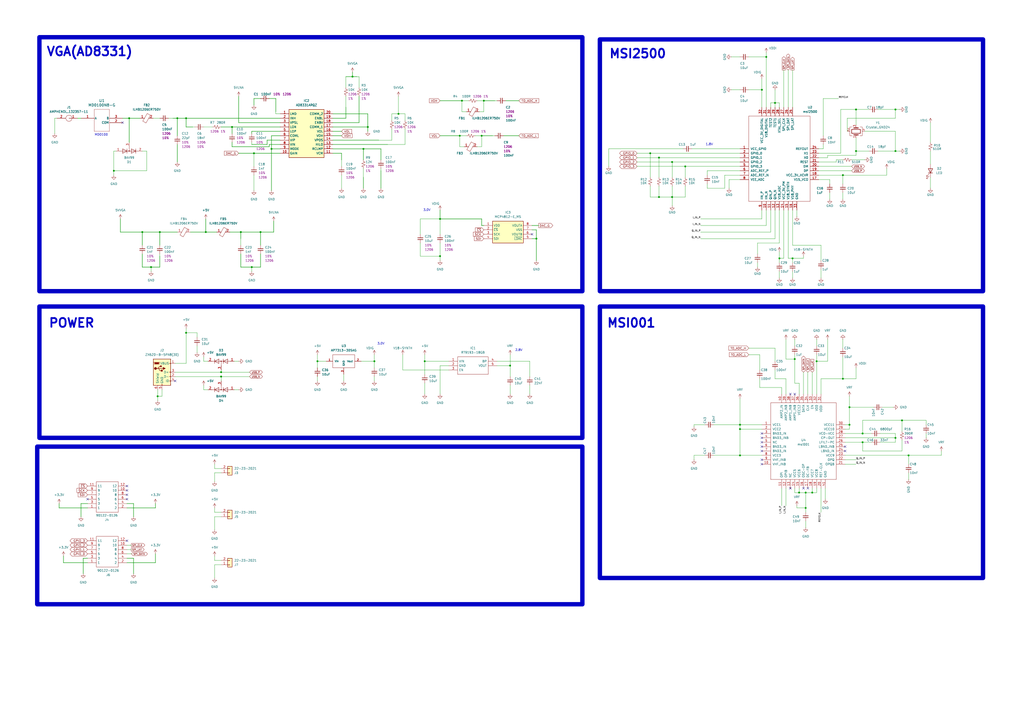
<source format=kicad_sch>
(kicad_sch (version 20231120) (generator "eeschema") (generator_version "8.0")
  (paper "A2")
  (title_block (title "MSI SDR ADC") (date "2024-07-14") (rev "R0.1") (company "ICTAMKY") (comment 1 "Design by LEEVAWNS"))
  (lib_symbols
    (symbol "Connector:USB_B_Micro" (pin_names (offset 1.016))
      (property "Reference" "J" (at -5.08 11.43 0))
      (property "Value" "USB_B_Micro" (at -5.08 8.89 0))
      (symbol "USB_B_Micro_1_1"
        (pin power_out line (at 7.62 5.08 180) (length 2.54) (name "VBUS") (number "1"))
        (pin bidirectional line (at 7.62 -2.54 180) (length 2.54) (name "D-") (number "2"))
        (pin bidirectional line (at 7.62 0 180) (length 2.54) (name "D+") (number "3"))
        (pin passive line (at 7.62 -5.08 180) (length 2.54) (name "ID") (number "4"))
        (pin power_out line (at 0 -10.16 90) (length 2.54) (name "GND") (number "5"))
        (pin passive line (at -2.54 -10.16 90) (length 2.54) (name "Shield") (number "6"))
      )
    )
    (symbol "Connector_Generic:Conn_01x02" (pin_names (offset 1.016) hide)
      (property "Reference" "J" (at 0 2.54 0))
      (property "Value" "Conn_01x02" (at 0 -5.08 0))
      (symbol "Conn_01x02_1_1"
        (pin passive line (at -5.08 0 0) (length 3.81) (name "Pin_1") (number "1"))
        (pin passive line (at -5.08 -2.54 0) (length 3.81) (name "Pin_2") (number "2"))
      )
    )
    (symbol "Device:C_Small" (pin_numbers hide) (pin_names (offset 0.254) hide)
      (property "Reference" "C" (at 0.254 1.778 0))
      (property "Value" "C_Small" (at 0.254 -2.032 0))
      (symbol "C_Small_1_1"
        (pin passive line (at 0 2.54 270) (length 2.032) (name "~") (number "1"))
        (pin passive line (at 0 -2.54 90) (length 2.032) (name "~") (number "2"))
      )
    )
    (symbol "Device:Crystal_GND24" (pin_names (offset 1.016) hide)
      (property "Reference" "Y" (at 3.175 5.08 0))
      (property "Value" "Crystal_GND24" (at 3.175 3.175 0))
      (symbol "Crystal_GND24_1_1"
        (pin passive line (at -3.81 0 0) (length 1.27) (name "1") (number "1"))
        (pin passive line (at 0 5.08 270) (length 1.27) (name "2") (number "2"))
        (pin passive line (at 3.81 0 180) (length 1.27) (name "3") (number "3"))
        (pin passive line (at 0 -5.08 90) (length 1.27) (name "4") (number "4"))
      )
    )
    (symbol "Device:LED" (pin_numbers hide) (pin_names (offset 1.016) hide)
      (property "Reference" "D" (at 0 2.54 0))
      (property "Value" "LED" (at 0 -2.54 0))
      (symbol "LED_1_1"
        (pin passive line (at -3.81 0 0) (length 2.54) (name "K") (number "1"))
        (pin passive line (at 3.81 0 180) (length 2.54) (name "A") (number "2"))
      )
    )
    (symbol "Device:R_Small_US" (pin_numbers hide) (pin_names (offset 0.254) hide)
      (property "Reference" "R" (at 0.762 0.508 0))
      (property "Value" "R_Small_US" (at 0.762 -1.016 0))
      (symbol "R_Small_US_1_1"
        (pin passive line (at 0 2.54 270) (length 1.016) (name "~") (number "1"))
        (pin passive line (at 0 -2.54 90) (length 1.016) (name "~") (number "2"))
      )
    )
    (symbol "Diode:BAV99" (pin_names hide)
      (property "Reference" "D" (at 0 5.08 0))
      (property "Value" "BAV99" (at 0 2.54 0))
      (symbol "BAV99_1_1"
        (pin passive line (at -7.62 0 0) (length 2.54) (name "K") (number "1"))
        (pin passive line (at 7.62 0 180) (length 2.54) (name "A") (number "2"))
        (pin passive line (at 0 -5.08 90) (length 2.54) (name "K") (number "3"))
      )
    )
    (symbol "GND_1" (power) (pin_numbers hide) (pin_names (offset 0) hide)
      (property "Value" "GND" (at 0 -3.81 0))
      (symbol "GND_1_1_1"
        (pin power_in line (at 0 0 270) (length 0) (name "~") (number "1"))
      )
    )
    (symbol "GND_10" (power) (pin_numbers hide) (pin_names (offset 0) hide)
      (property "Value" "GND" (at 0 -3.81 0))
      (symbol "GND_10_1_1"
        (pin power_in line (at 0 0 270) (length 0) (name "~") (number "1"))
      )
    )
    (symbol "GND_11" (power) (pin_numbers hide) (pin_names (offset 0) hide)
      (property "Value" "GND" (at 0 -3.81 0))
      (symbol "GND_11_1_1"
        (pin power_in line (at 0 0 270) (length 0) (name "~") (number "1"))
      )
    )
    (symbol "GND_12" (power) (pin_numbers hide) (pin_names (offset 0) hide)
      (property "Value" "GND" (at 0 -3.81 0))
      (symbol "GND_12_1_1"
        (pin power_in line (at 0 0 270) (length 0) (name "~") (number "1"))
      )
    )
    (symbol "GND_13" (power) (pin_numbers hide) (pin_names (offset 0) hide)
      (property "Value" "GND" (at 0 -3.81 0))
      (symbol "GND_13_1_1"
        (pin power_in line (at 0 0 270) (length 0) (name "~") (number "1"))
      )
    )
    (symbol "GND_14" (power) (pin_numbers hide) (pin_names (offset 0) hide)
      (property "Value" "GND" (at 0 -3.81 0))
      (symbol "GND_14_1_1"
        (pin power_in line (at 0 0 270) (length 0) (name "~") (number "1"))
      )
    )
    (symbol "GND_15" (power) (pin_numbers hide) (pin_names (offset 0) hide)
      (property "Value" "GND" (at 0 -3.81 0))
      (symbol "GND_15_1_1"
        (pin power_in line (at 0 0 270) (length 0) (name "~") (number "1"))
      )
    )
    (symbol "GND_16" (power) (pin_numbers hide) (pin_names (offset 0) hide)
      (property "Value" "GND" (at 0 -3.81 0))
      (symbol "GND_16_1_1"
        (pin power_in line (at 0 0 270) (length 0) (name "~") (number "1"))
      )
    )
    (symbol "GND_17" (power) (pin_numbers hide) (pin_names (offset 0) hide)
      (property "Value" "GND" (at 0 -3.81 0))
      (symbol "GND_17_1_1"
        (pin power_in line (at 0 0 270) (length 0) (name "~") (number "1"))
      )
    )
    (symbol "GND_19" (power) (pin_numbers hide) (pin_names (offset 0) hide)
      (property "Value" "GND" (at 0 -3.81 0))
      (symbol "GND_19_1_1"
        (pin power_in line (at 0 0 270) (length 0) (name "~") (number "1"))
      )
    )
    (symbol "GND_2" (power) (pin_numbers hide) (pin_names (offset 0) hide)
      (property "Value" "GND" (at 0 -3.81 0))
      (symbol "GND_2_1_1"
        (pin power_in line (at 0 0 270) (length 0) (name "~") (number "1"))
      )
    )
    (symbol "GND_3" (power) (pin_numbers hide) (pin_names (offset 0) hide)
      (property "Value" "GND" (at 0 -3.81 0))
      (symbol "GND_3_1_1"
        (pin power_in line (at 0 0 270) (length 0) (name "~") (number "1"))
      )
    )
    (symbol "GND_4" (power) (pin_numbers hide) (pin_names (offset 0) hide)
      (property "Value" "GND" (at 0 -3.81 0))
      (symbol "GND_4_1_1"
        (pin power_in line (at 0 0 270) (length 0) (name "~") (number "1"))
      )
    )
    (symbol "GND_5" (power) (pin_numbers hide) (pin_names (offset 0) hide)
      (property "Value" "GND" (at 0 -3.81 0))
      (symbol "GND_5_1_1"
        (pin power_in line (at 0 0 270) (length 0) (name "~") (number "1"))
      )
    )
    (symbol "GND_6" (power) (pin_numbers hide) (pin_names (offset 0) hide)
      (property "Value" "GND" (at 0 -3.81 0))
      (symbol "GND_6_1_1"
        (pin power_in line (at 0 0 270) (length 0) (name "~") (number "1"))
      )
    )
    (symbol "GND_7" (power) (pin_numbers hide) (pin_names (offset 0) hide)
      (property "Value" "GND" (at 0 -3.81 0))
      (symbol "GND_7_1_1"
        (pin power_in line (at 0 0 270) (length 0) (name "~") (number "1"))
      )
    )
    (symbol "GND_8" (power) (pin_numbers hide) (pin_names (offset 0) hide)
      (property "Value" "GND" (at 0 -3.81 0))
      (symbol "GND_8_1_1"
        (pin power_in line (at 0 0 270) (length 0) (name "~") (number "1"))
      )
    )
    (symbol "GND_9" (power) (pin_numbers hide) (pin_names (offset 0) hide)
      (property "Value" "GND" (at 0 -3.81 0))
      (symbol "GND_9_1_1"
        (pin power_in line (at 0 0 270) (length 0) (name "~") (number "1"))
      )
    )
    (symbol "ICTAMKY:613012243121" (pin_names (offset 0.762))
      (property "Reference" "J" (at 2.032 -17.018 0))
      (property "Value" "613012243121" (at 1.27 -19.558 0))
      (symbol "613012243121_0_0"
        (pin passive line (at 0 0 0) (length 5.08) (name "1") (number "1"))
        (pin passive line (at 22.86 -10.16 180) (length 5.08) (name "10") (number "10"))
        (pin passive line (at 0 -12.7 0) (length 5.08) (name "11") (number "11"))
        (pin passive line (at 22.86 -12.7 180) (length 5.08) (name "12") (number "12"))
        (pin passive line (at 22.86 0 180) (length 5.08) (name "2") (number "2"))
        (pin passive line (at 0 -2.54 0) (length 5.08) (name "3") (number "3"))
        (pin passive line (at 22.86 -2.54 180) (length 5.08) (name "4") (number "4"))
        (pin passive line (at 0 -5.08 0) (length 5.08) (name "5") (number "5"))
        (pin passive line (at 22.86 -5.08 180) (length 5.08) (name "6") (number "6"))
        (pin passive line (at 0 -7.62 0) (length 5.08) (name "7") (number "7"))
        (pin passive line (at 22.86 -7.62 180) (length 5.08) (name "8") (number "8"))
        (pin passive line (at 0 -10.16 0) (length 5.08) (name "9") (number "9"))
      )
    )
    (symbol "ICTAMKY:AD8331ARQZ"
      (property "Reference" "IC?" (at 5.08 2.54 0))
      (property "Value" "AD8331ARQZ" (at 5.08 -27.94 0))
      (symbol "AD8331ARQZ_1_0"
        (pin passive line (at 0 0 0) (length 5.08) (name "LMD") (number "1"))
        (pin passive line (at 0 -22.86 0) (length 5.08) (name "GAIN") (number "10"))
        (pin passive line (at 30.48 -22.86 180) (length 5.08) (name "VCM") (number "11"))
        (pin passive line (at 30.48 -20.32 180) (length 5.08) (name "RCLMP") (number "12"))
        (pin passive line (at 30.48 -17.78 180) (length 5.08) (name "HILO") (number "13"))
        (pin passive line (at 30.48 -15.24 180) (length 5.08) (name "VPOS") (number "14"))
        (pin passive line (at 30.48 -12.7 180) (length 5.08) (name "VOH") (number "15"))
        (pin passive line (at 30.48 -10.16 180) (length 5.08) (name "VOL") (number "16"))
        (pin passive line (at 30.48 -7.62 180) (length 5.08) (name "COMM_1") (number "17"))
        (pin passive line (at 30.48 -5.08 180) (length 5.08) (name "ENBV") (number "18"))
        (pin passive line (at 30.48 -2.54 180) (length 5.08) (name "ENBL") (number "19"))
        (pin passive line (at 0 -2.54 0) (length 5.08) (name "INH") (number "2"))
        (pin passive line (at 30.48 0 180) (length 5.08) (name "COMM_2") (number "20"))
        (pin passive line (at 0 -5.08 0) (length 5.08) (name "VPSL") (number "3"))
        (pin passive line (at 0 -7.62 0) (length 5.08) (name "LON") (number "4"))
        (pin passive line (at 0 -10.16 0) (length 5.08) (name "LOP") (number "5"))
        (pin passive line (at 0 -12.7 0) (length 5.08) (name "COML") (number "6"))
        (pin passive line (at 0 -15.24 0) (length 5.08) (name "VIP") (number "7"))
        (pin passive line (at 0 -17.78 0) (length 5.08) (name "VIN") (number "8"))
        (pin passive line (at 0 -20.32 0) (length 5.08) (name "MODE") (number "9"))
      )
    )
    (symbol "ICTAMKY:AMPHENOL_132357-11" (pin_names (offset 0.762) hide)
      (property "Reference" "J" (at 16.51 7.62 0))
      (property "Value" "AMPHENOL_132357-11" (at 16.51 5.08 0))
      (symbol "AMPHENOL_132357-11_0_0"
        (pin passive line (at 0 0 0) (length 5.08) (name "1") (number "1"))
        (pin passive line (at 12.065 0 180) (length 5.08) (name "2") (number "2"))
      )
    )
    (symbol "ICTAMKY:AP7313-30SAG" (pin_names (offset 1.016))
      (property "Reference" "U" (at 38.1 -3.81 0))
      (property "Value" "AP7313-30SAG" (at 38.1 -7.62 0))
      (property "Chip Set" "SOT-23" (at 38.1 -5.715 0))
      (property "Manufacturer" "STMicroelectronics" (at 38.1 -13.335 0))
      (property "MPN" "LD1117S50TR" (at 38.1 -11.43 0))
      (property "Digi-Key_PN" "497-6447-1-ND" (at 38.1 -9.525 0))
      (symbol "AP7313-30SAG_1_1"
        (pin input line (at -10.16 0 0) (length 3.81) (name "Vin") (number "1"))
        (pin input line (at 10.16 0 180) (length 3.81) (name "Vout") (number "2"))
        (pin input line (at 0 -7.62 90) (length 3.81) (name "GND") (number "3"))
      )
    )
    (symbol "ICTAMKY:BLM21BB750SN1D" (pin_names (offset 0.762))
      (property "Reference" "FB" (at 1.27 -5.08 0))
      (property "Value" "BLM21BB750SN1D" (at 1.27 -7.62 0))
      (symbol "BLM21BB750SN1D_1_1"
        (pin passive line (at -3.81 0 0) (length 2.54) (name "~") (number "1"))
        (pin passive line (at 3.81 0 180) (length 2.54) (name "~") (number "2"))
      )
    )
    (symbol "ICTAMKY:MCP4812-E_MS"
      (property "Reference" "IC?" (at 5.08 2.54 0))
      (property "Value" "MCP4812-E_MS" (at 5.08 -12.7 0))
      (symbol "MCP4812-E_MS_1_0"
        (pin passive line (at 0 0 0) (length 5.08) (name "VDD") (number "1"))
        (pin passive line (at 0 -2.54 0) (length 5.08) (name "~{CS}") (number "2"))
        (pin passive line (at 0 -5.08 0) (length 5.08) (name "SCK") (number "3"))
        (pin passive line (at 0 -7.62 0) (length 5.08) (name "SDI") (number "4"))
        (pin passive line (at 27.94 -7.62 180) (length 5.08) (name "~{LDAC}") (number "5"))
        (pin passive line (at 27.94 -5.08 180) (length 5.08) (name "VOUTB") (number "6"))
        (pin passive line (at 27.94 -2.54 180) (length 5.08) (name "VSS") (number "7"))
        (pin passive line (at 27.94 0 180) (length 5.08) (name "VOUTA") (number "8"))
      )
    )
    (symbol "ICTAMKY:MD0100N8-G" (pin_names (offset 0.254))
      (property "Reference" "U" (at 12.7 10.16 0))
      (property "Value" "MD0100N8-G" (at 12.7 7.62 0))
      (symbol "MD0100N8-G_0_1"
        (pin unspecified line (at 0 0 0) (length 7.62) (name "A") (number "1"))
        (pin unspecified line (at 24.13 -2.54 180) (length 7.62) (name "COM") (number "2"))
        (pin unspecified line (at 24.13 0 180) (length 7.62) (name "B") (number "3"))
      )
    )
    (symbol "ICTAMKY:RT9193-18GB" (pin_names (offset 0.762))
      (property "Reference" "IC" (at 24.13 7.62 0))
      (property "Value" "RT9193-18GB" (at 24.13 5.08 0))
      (symbol "RT9193-18GB_0_0"
        (pin passive line (at 0 0 0) (length 5.08) (name "VIN") (number "1"))
        (pin passive line (at 0 -2.54 0) (length 5.08) (name "GND") (number "2"))
        (pin passive line (at 0 -5.08 0) (length 5.08) (name "EN") (number "3"))
        (pin passive line (at 27.94 0 180) (length 5.08) (name "BP") (number "4"))
        (pin passive line (at 27.94 -2.54 180) (length 5.08) (name "VOUT") (number "5"))
      )
    )
    (symbol "ICTAMKY:msi001" (pin_names (offset 1.016))
      (property "Reference" "U" (at -1.27 -5.588 0))
      (property "Value" "msi001" (at 13.97 -21.59 0))
      (symbol "msi001_1_1"
        (pin power_in line (at -5.08 -12.7 0) (length 5.08) (name "VCC1") (number "1"))
        (pin input line (at -5.08 -35.56 0) (length 5.08) (name "VHF_INB") (number "10"))
        (pin output line (at 6.35 -49.53 90) (length 5.08) (name "OPI") (number "11"))
        (pin output line (at 8.89 -49.53 90) (length 5.08) (name "OPIB") (number "12"))
        (pin no_connect line (at 11.43 -49.53 90) (length 5.08) (name "NC") (number "13"))
        (pin power_in line (at 13.97 -49.53 90) (length 5.08) (name "VCC5") (number "14"))
        (pin power_in line (at 16.51 -49.53 90) (length 5.08) (name "VCC6") (number "15"))
        (pin input line (at 19.05 -49.53 90) (length 5.08) (name "OSC-OP") (number "16"))
        (pin input line (at 21.59 -49.53 90) (length 5.08) (name "DC-FB") (number "17"))
        (pin power_in line (at 24.13 -49.53 90) (length 5.08) (name "VCC7") (number "18"))
        (pin power_in line (at 26.67 -49.53 90) (length 5.08) (name "VCC8") (number "19"))
        (pin power_in line (at -5.08 -15.24 0) (length 5.08) (name "VCC2") (number "2"))
        (pin input line (at 29.21 -49.53 90) (length 5.08) (name "REF-CLK") (number "20"))
        (pin output line (at 43.18 -35.56 180) (length 5.08) (name "OPQB") (number "21"))
        (pin output line (at 43.18 -33.02 180) (length 5.08) (name "OPQ") (number "22"))
        (pin power_in line (at 43.18 -30.48 180) (length 5.08) (name "VCC9") (number "23"))
        (pin input line (at 43.18 -27.94 180) (length 5.08) (name "LBND_IN") (number "24"))
        (pin input line (at 43.18 -25.4 180) (length 5.08) (name "LBND_INB") (number "25"))
        (pin input line (at 43.18 -22.86 180) (length 5.08) (name "LFILT-PC") (number "26"))
        (pin output line (at 43.18 -20.32 180) (length 5.08) (name "CP-OUT") (number "27"))
        (pin input line (at 43.18 -17.78 180) (length 5.08) (name "VCO-VCC") (number "28"))
        (pin power_in line (at 43.18 -15.24 180) (length 5.08) (name "VCC10") (number "29"))
        (pin input line (at -5.08 -17.78 0) (length 5.08) (name "BND3_IN") (number "3"))
        (pin power_in line (at 43.18 -12.7 180) (length 5.08) (name "VCC11") (number "30"))
        (pin power_in line (at 29.21 5.08 270) (length 5.08) (name "VDDI") (number "31"))
        (pin power_in line (at 26.67 5.08 270) (length 5.08) (name "VDD") (number "32"))
        (pin input line (at 24.13 5.08 270) (length 5.08) (name "EN") (number "33"))
        (pin input line (at 21.59 5.08 270) (length 5.08) (name "CLK") (number "34"))
        (pin input line (at 19.05 5.08 270) (length 5.08) (name "DATA") (number "35"))
        (pin power_in line (at 16.51 5.08 270) (length 5.08) (name "VCC12") (number "36"))
        (pin input line (at 13.97 5.08 270) (length 5.08) (name "AMP1_INB") (number "37"))
        (pin input line (at 11.43 5.08 270) (length 5.08) (name "AMP1_INB") (number "38"))
        (pin input line (at 8.89 5.08 270) (length 5.08) (name "AMP2_INB") (number "39"))
        (pin input line (at -5.08 -20.32 0) (length 5.08) (name "BND3_INB") (number "4"))
        (pin input line (at 6.35 5.08 270) (length 5.08) (name "AMP2_IN") (number "40"))
        (pin power_in line (at 31.75 -49.53 90) (length 5.08) (name "GND") (number "41"))
        (pin input line (at -5.08 -22.86 0) (length 5.08) (name "NC") (number "5"))
        (pin input line (at -5.08 -25.4 0) (length 5.08) (name "BND3_IN") (number "6"))
        (pin input line (at -5.08 -27.94 0) (length 5.08) (name "BND3_IN") (number "7"))
        (pin power_in line (at -5.08 -30.48 0) (length 5.08) (name "VCC3") (number "8"))
        (pin input line (at -5.08 -33.02 0) (length 5.08) (name "VHF_INB") (number "9"))
      )
    )
    (symbol "ICTAMKY:msi2500" (pin_names (offset 1.016))
      (property "Reference" "U" (at -2.286 2.032 0))
      (property "Value" "msi2500" (at 18.542 -23.368 0))
      (symbol "msi2500_1_1"
        (pin power_in line (at -5.08 -19.05 0) (length 5.08) (name "VCC_GPIO") (number "1"))
        (pin input line (at 10.16 -54.61 90) (length 5.08) (name "IIN_N") (number "10"))
        (pin input line (at 12.7 -54.61 90) (length 5.08) (name "QIN_P") (number "11"))
        (pin input line (at 15.24 -54.61 90) (length 5.08) (name "QIN_N") (number "12"))
        (pin power_out line (at 17.78 -54.61 90) (length 5.08) (name "V18_ADC") (number "13"))
        (pin power_in line (at 20.32 -54.61 90) (length 5.08) (name "VCC_3V_PM") (number "14"))
        (pin power_out line (at 22.86 -54.61 90) (length 5.08) (name "V18_SYNTH") (number "15"))
        (pin power_out line (at 25.4 -54.61 90) (length 5.08) (name "V18_PHY") (number "16"))
        (pin power_out line (at 40.64 -36.83 180) (length 5.08) (name "V15_VCO") (number "17"))
        (pin power_in line (at 40.64 -34.29 180) (length 5.08) (name "VCC_3V_XCVR") (number "18"))
        (pin input line (at 40.64 -31.75 180) (length 5.08) (name "DP") (number "19"))
        (pin bidirectional line (at -5.08 -21.59 0) (length 5.08) (name "GPIO_0") (number "2"))
        (pin input line (at 40.64 -29.21 180) (length 5.08) (name "DM") (number "20"))
        (pin input line (at 40.64 -26.67 180) (length 5.08) (name "REST") (number "21"))
        (pin input line (at 40.64 -24.13 180) (length 5.08) (name "X0") (number "22"))
        (pin input line (at 40.64 -21.59 180) (length 5.08) (name "X1") (number "23"))
        (pin output line (at 40.64 -19.05 180) (length 5.08) (name "REFOUT") (number "24"))
        (pin input line (at 25.4 5.08 270) (length 5.08) (name "SPI_LAT") (number "25"))
        (pin bidirectional line (at 22.86 5.08 270) (length 5.08) (name "SPI_DAT") (number "26"))
        (pin input line (at 20.32 5.08 270) (length 5.08) (name "SPI_CLK") (number "27"))
        (pin input line (at 17.78 5.08 270) (length 5.08) (name "XTAL_SEL") (number "28"))
        (pin input line (at 15.24 5.08 270) (length 5.08) (name "TEST1") (number "29"))
        (pin bidirectional line (at -5.08 -24.13 0) (length 5.08) (name "GPIO_1") (number "3"))
        (pin input line (at 12.7 5.08 270) (length 5.08) (name "TEST2") (number "30"))
        (pin power_out line (at 10.16 5.08 270) (length 5.08) (name "V18_DIGITAL") (number "31"))
        (pin power_in line (at 7.62 5.08 270) (length 5.08) (name "VCC_3V_DIGITAL") (number "32"))
        (pin power_in line (at 27.94 -54.61 90) (length 5.08) (name "GND") (number "33"))
        (pin bidirectional line (at -5.08 -26.67 0) (length 5.08) (name "GPIO_2") (number "4"))
        (pin bidirectional line (at -5.08 -29.21 0) (length 5.08) (name "GPIO_3") (number "5"))
        (pin input line (at -5.08 -31.75 0) (length 5.08) (name "ADC_REF_P") (number "6"))
        (pin input line (at -5.08 -34.29 0) (length 5.08) (name "ADC_REF_N") (number "7"))
        (pin input line (at -5.08 -36.83 0) (length 5.08) (name "VEE_ADC") (number "8"))
        (pin input line (at 7.62 -54.61 90) (length 5.08) (name "IIN_P") (number "9"))
      )
    )
    (symbol "power:+3.3V" (power) (pin_names (offset 0))
      (property "Value" "+3.3V" (at 0 3.556 0))
      (symbol "+3.3V_1_1"
        (pin power_in line (at 0 0 90) (length 0) hide (name "+3.3V") (number "1"))
      )
    )
    (symbol "power:+5V" (power) (pin_names (offset 0))
      (property "Value" "+5V" (at 0 3.556 0))
      (symbol "+5V_1_1"
        (pin power_in line (at 0 0 90) (length 0) hide (name "+5V") (number "1"))
      )
    )
    (symbol "power:GND" (power) (pin_names (offset 0))
      (property "Value" "GND" (at 0 -3.81 0))
      (symbol "GND_1_1"
        (pin power_in line (at 0 0 270) (length 0) hide (name "GND") (number "1"))
      )
    )
  )
  (junction (at 463.55 285.75))
  (junction (at 280.67 58.42))
  (junction (at 523.24 243.84))
  (junction (at 146.05 154.94))
  (junction (at 147.32 88.9))
  (junction (at 519.43 63.5))
  (junction (at 231.14 66.04))
  (junction (at 459.74 149.86))
  (junction (at 519.43 87.63))
  (junction (at 91.44 229.87))
  (junction (at 311.15 138.43))
  (junction (at 492.76 236.22))
  (junction (at 429.26 246.38))
  (junction (at 267.97 58.42))
  (junction (at 397.51 96.52))
  (junction (at 255.27 148.59))
  (junction (at 441.96 52.07))
  (junction (at 500.38 251.46))
  (junction (at 128.27 218.44))
  (junction (at 389.89 93.98))
  (junction (at 107.95 68.58))
  (junction (at 107.95 193.04))
  (junction (at 519.43 254))
  (junction (at 473.71 209.55))
  (junction (at 496.57 87.63))
  (junction (at 128.27 215.9))
  (junction (at 210.82 86.36))
  (junction (at 204.47 44.45))
  (junction (at 382.27 114.3))
  (junction (at 429.26 264.16))
  (junction (at 66.04 99.06))
  (junction (at 295.91 212.09))
  (junction (at 184.15 209.55))
  (junction (at 82.55 134.62))
  (junction (at 444.5 33.02))
  (junction (at 452.12 149.86))
  (junction (at 246.38 209.55))
  (junction (at 217.17 209.55))
  (junction (at 92.71 134.62))
  (junction (at 74.93 68.58))
  (junction (at 119.38 134.62))
  (junction (at 377.19 88.9))
  (junction (at 488.95 219.71))
  (junction (at 500.38 256.54))
  (junction (at 255.27 127))
  (junction (at 467.36 294.64))
  (junction (at 496.57 63.5))
  (junction (at 492.76 246.38))
  (junction (at 279.4 78.74))
  (junction (at 527.05 264.16))
  (junction (at 488.95 101.6))
  (junction (at 389.89 114.3))
  (junction (at 151.13 134.62))
  (junction (at 134.62 73.66))
  (junction (at 429.26 248.92))
  (junction (at 87.63 154.94))
  (junction (at 467.36 285.75))
  (junction (at 102.87 68.58))
  (junction (at 139.7 134.62))
  (junction (at 449.58 59.69))
  (junction (at 266.7 78.74))
  (junction (at 157.48 86.36))
  (junction (at 461.01 208.28))
  (junction (at 382.27 91.44))
  (junction (at 471.17 285.75))
  (junction (at 213.36 73.66))
  (no_connect (at 308.61 135.89))
  (no_connect (at 441.96 266.7))
  (no_connect (at 441.96 259.08))
  (no_connect (at 441.96 269.24))
  (no_connect (at 73.66 284.48))
  (no_connect (at 461.01 228.6))
  (no_connect (at 458.47 228.6))
  (no_connect (at 466.09 283.21))
  (no_connect (at 73.66 287.02))
  (no_connect (at 101.6 220.98))
  (no_connect (at 73.66 289.56))
  (no_connect (at 490.22 261.62))
  (no_connect (at 71.12 71.12))
  (no_connect (at 441.96 256.54))
  (no_connect (at 441.96 261.62))
  (no_connect (at 458.47 283.21))
  (no_connect (at 441.96 251.46))
  (no_connect (at 50.8 289.56))
  (no_connect (at 441.96 254))
  (no_connect (at 73.66 281.94))
  (no_connect (at 468.63 283.21))
  (no_connect (at 490.22 259.08))
  (no_connect (at 73.66 313.69))
  (wire (pts (xy 255.27 140.97) (xy 255.27 148.59)))
  (wire (pts (xy 85.09 87.63) (xy 82.55 87.63)))
  (wire (pts (xy 410.21 109.22) (xy 420.37 109.22)))
  (wire (pts (xy 151.13 134.62) (xy 158.75 134.62)) (stroke (width 0.254)))
  (wire (pts (xy 146.05 154.94) (xy 146.05 157.48)))
  (wire (pts (xy 509.27 63.5) (xy 519.43 63.5)))
  (wire (pts (xy 389.89 114.3) (xy 389.89 119.38)))
  (wire (pts (xy 198.12 101.6) (xy 198.12 109.22)))
  (wire (pts (xy 492.76 229.87) (xy 492.76 236.22)))
  (wire (pts (xy 295.91 223.52) (xy 295.91 228.6)))
  (wire (pts (xy 402.59 264.16) (xy 408.94 264.16)))
  (wire (pts (xy 46.99 292.1) (xy 46.99 299.72)) (stroke (width 0.254)))
  (wire (pts (xy 476.25 219.71) (xy 476.25 228.6)))
  (wire (pts (xy 193.04 78.74) (xy 198.12 78.74)) (stroke (width 0.254)))
  (wire (pts (xy 73.66 321.31) (xy 76.2 321.31)))
  (wire (pts (xy 200.66 68.58) (xy 193.04 68.58)) (stroke (width 0.254)))
  (wire (pts (xy 369.57 96.52) (xy 397.51 96.52)))
  (wire (pts (xy 414.02 264.16) (xy 429.26 264.16)))
  (wire (pts (xy 501.65 76.2) (xy 519.43 76.2)))
  (wire (pts (xy 147.32 88.9) (xy 138.43 88.9)) (stroke (width 0.254)))
  (wire (pts (xy 101.6 218.44) (xy 128.27 218.44)))
  (wire (pts (xy 217.17 209.55) (xy 217.17 213.36)))
  (wire (pts (xy 467.36 285.75) (xy 471.17 285.75)))
  (wire (pts (xy 234.95 74.93) (xy 234.95 83.82)))
  (wire (pts (xy 476.25 283.21) (xy 476.25 297.18)))
  (wire (pts (xy 184.15 209.55) (xy 184.15 213.36)))
  (wire (pts (xy 519.43 254) (xy 519.43 256.54)))
  (wire (pts (xy 449.58 59.69) (xy 452.12 59.69)))
  (wire (pts (xy 527.05 274.32) (xy 527.05 278.13)))
  (wire (pts (xy 128.27 214.63) (xy 128.27 215.9)))
  (wire (pts (xy 93.98 229.87) (xy 91.44 229.87)))
  (wire (pts (xy 485.14 92.71) (xy 488.95 92.71)))
  (wire (pts (xy 519.43 87.63) (xy 521.97 87.63)))
  (wire (pts (xy 369.57 93.98) (xy 389.89 93.98)))
  (wire (pts (xy 124.46 327.66) (xy 124.46 335.28)))
  (wire (pts (xy 461.01 222.25) (xy 461.01 208.28)))
  (wire (pts (xy 429.26 231.14) (xy 429.26 246.38)))
  (wire (pts (xy 449.58 201.93) (xy 449.58 209.55)))
  (wire (pts (xy 527.05 269.24) (xy 527.05 264.16)))
  (wire (pts (xy 255.27 127) (xy 255.27 121.92)) (stroke (width 0.254)))
  (wire (pts (xy 463.55 285.75) (xy 463.55 283.21)))
  (wire (pts (xy 492.76 248.92) (xy 490.22 248.92)))
  (wire (pts (xy 449.58 138.43) (xy 449.58 121.92)))
  (wire (pts (xy 255.27 212.09) (xy 255.27 228.6)))
  (wire (pts (xy 474.98 99.06) (xy 494.03 99.06)))
  (wire (pts (xy 519.43 76.2) (xy 519.43 87.63)))
  (wire (pts (xy 279.4 78.74) (xy 279.4 85.09)))
  (wire (pts (xy 34.29 292.1) (xy 34.29 294.64)) (stroke (width 0.254)))
  (wire (pts (xy 279.4 85.09) (xy 276.86 85.09)))
  (wire (pts (xy 500.38 256.54) (xy 505.46 256.54)))
  (wire (pts (xy 74.93 68.58) (xy 74.93 82.55)) (stroke (width 0.254)))
  (wire (pts (xy 452.12 59.69) (xy 452.12 62.23)))
  (wire (pts (xy 476.25 156.21) (xy 476.25 161.29)))
  (wire (pts (xy 453.39 224.79) (xy 453.39 228.6)))
  (wire (pts (xy 454.66 62.23) (xy 454.66 40.64)))
  (wire (pts (xy 397.51 96.52) (xy 429.26 96.52)))
  (wire (pts (xy 267.97 58.42) (xy 267.97 64.77)))
  (wire (pts (xy 266.7 85.09) (xy 269.24 85.09)))
  (wire (pts (xy 494.03 92.71) (xy 501.65 92.71)))
  (wire (pts (xy 459.74 121.92) (xy 459.74 142.24)))
  (wire (pts (xy 119.38 127) (xy 119.38 134.62)) (stroke (width 0.254)))
  (wire (pts (xy 519.43 63.5) (xy 521.97 63.5)))
  (wire (pts (xy 255.27 78.74) (xy 266.7 78.74)) (stroke (width 0.254)))
  (wire (pts (xy 500.38 261.62) (xy 500.38 256.54)))
  (wire (pts (xy 377.19 107.95) (xy 377.19 114.3)))
  (wire (pts (xy 139.7 138.43) (xy 139.7 142.24)))
  (wire (pts (xy 280.67 58.42) (xy 287.02 58.42)) (stroke (width 0.254)))
  (wire (pts (xy 133.35 134.62) (xy 139.7 134.62)) (stroke (width 0.254)))
  (wire (pts (xy 260.35 209.55) (xy 246.38 209.55)))
  (wire (pts (xy 397.51 96.52) (xy 397.51 102.87)))
  (wire (pts (xy 539.75 87.63) (xy 539.75 95.25)))
  (wire (pts (xy 389.89 107.95) (xy 389.89 114.3)))
  (wire (pts (xy 162.56 88.9) (xy 147.32 88.9)) (stroke (width 0.254)))
  (wire (pts (xy 519.43 63.5) (xy 519.43 68.58)))
  (wire (pts (xy 91.44 226.06) (xy 91.44 229.87)))
  (wire (pts (xy 198.12 92.71) (xy 198.12 96.52)))
  (wire (pts (xy 459.74 157.48) (xy 459.74 161.29)))
  (wire (pts (xy 424.18 33.02) (xy 429.26 33.02)))
  (wire (pts (xy 220.98 86.36) (xy 220.98 92.71)) (stroke (width 0.254)))
  (wire (pts (xy 92.71 134.62) (xy 102.87 134.62)) (stroke (width 0.254)))
  (wire (pts (xy 490.22 264.16) (xy 527.05 264.16)))
  (wire (pts (xy 492.76 236.22) (xy 492.76 246.38)))
  (wire (pts (xy 449.58 214.63) (xy 449.58 219.71)))
  (wire (pts (xy 210.82 86.36) (xy 220.98 86.36)) (stroke (width 0.254)))
  (wire (pts (xy 449.58 219.71) (xy 455.93 219.71)))
  (wire (pts (xy 447.04 134.62) (xy 447.04 121.92)))
  (wire (pts (xy 369.57 88.9) (xy 377.19 88.9)))
  (wire (pts (xy 276.86 58.42) (xy 280.67 58.42)))
  (wire (pts (xy 429.26 248.92) (xy 441.96 248.92)))
  (wire (pts (xy 270.51 78.74) (xy 266.7 78.74)))
  (wire (pts (xy 135.89 209.55) (xy 138.43 209.55)))
  (wire (pts (xy 234.95 83.82) (xy 224.79 83.82)))
  (wire (pts (xy 138.43 71.12) (xy 138.43 55.88)) (stroke (width 0.254)))
  (wire (pts (xy 410.21 99.06) (xy 429.26 99.06)))
  (wire (pts (xy 219.71 81.28) (xy 193.04 81.28)) (stroke (width 0.254)))
  (wire (pts (xy 473.71 205.74) (xy 473.71 209.55)))
  (wire (pts (xy 496.57 87.63) (xy 504.19 87.63)))
  (wire (pts (xy 488.95 101.6) (xy 514.35 101.6)))
  (wire (pts (xy 243.84 148.59) (xy 255.27 148.59)))
  (wire (pts (xy 485.14 93.98) (xy 485.14 92.71)))
  (wire (pts (xy 466.09 149.86) (xy 459.74 149.86)))
  (wire (pts (xy 477.52 57.15) (xy 486.41 57.15)))
  (wire (pts (xy 461.01 285.75) (xy 463.55 285.75)))
  (wire (pts (xy 462.28 125.73) (xy 462.28 121.92)))
  (wire (pts (xy 77.47 323.85) (xy 77.47 332.74)) (stroke (width 0.254)))
  (wire (pts (xy 473.71 285.75) (xy 473.71 283.21)))
  (wire (pts (xy 500.38 243.84) (xy 523.24 243.84)))
  (wire (pts (xy 157.48 78.74) (xy 157.48 86.36)) (stroke (width 0.254)))
  (wire (pts (xy 474.98 101.6) (xy 488.95 101.6)))
  (wire (pts (xy 452.12 149.86) (xy 452.12 152.4)))
  (wire (pts (xy 82.55 147.32) (xy 82.55 154.94)) (stroke (width 0.254)))
  (wire (pts (xy 546.1 264.16) (xy 527.05 264.16)))
  (wire (pts (xy 234.95 66.04) (xy 231.14 66.04)))
  (wire (pts (xy 151.13 154.94) (xy 146.05 154.94)) (stroke (width 0.254)))
  (wire (pts (xy 275.59 78.74) (xy 279.4 78.74)))
  (wire (pts (xy 204.47 44.45) (xy 200.66 44.45)) (stroke (width 0.254)))
  (wire (pts (xy 463.55 222.25) (xy 461.01 222.25)))
  (wire (pts (xy 452.12 146.05) (xy 452.12 149.86)))
  (wire (pts (xy 118.11 73.66) (xy 123.19 73.66)))
  (wire (pts (xy 107.95 68.58) (xy 162.56 68.58)) (stroke (width 0.254)))
  (wire (pts (xy 213.36 73.66) (xy 213.36 76.2)) (stroke (width 0.254)))
  (wire (pts (xy 255.27 212.09) (xy 260.35 212.09)))
  (wire (pts (xy 189.23 209.55) (xy 184.15 209.55)))
  (wire (pts (xy 473.71 196.85) (xy 473.71 200.66)))
  (wire (pts (xy 255.27 58.42) (xy 267.97 58.42)) (stroke (width 0.254)))
  (wire (pts (xy 193.04 83.82) (xy 224.79 83.82)) (stroke (width 0.254)))
  (wire (pts (xy 280.67 130.81) (xy 279.4 130.81)) (stroke (width 0.254)))
  (wire (pts (xy 496.57 213.36) (xy 496.57 219.71)))
  (wire (pts (xy 444.5 130.81) (xy 406.4 130.81)))
  (wire (pts (xy 429.26 246.38) (xy 429.26 248.92)))
  (wire (pts (xy 119.38 134.62) (xy 125.73 134.62)) (stroke (width 0.254)))
  (wire (pts (xy 124.46 274.32) (xy 124.46 279.4)))
  (wire (pts (xy 402.59 246.38) (xy 408.94 246.38)))
  (wire (pts (xy 523.24 261.62) (xy 500.38 261.62)))
  (wire (pts (xy 279.4 130.81) (xy 279.4 127)) (stroke (width 0.254)))
  (wire (pts (xy 162.56 66.04) (xy 160.02 66.04)))
  (wire (pts (xy 308.61 133.35) (xy 311.15 133.35)) (stroke (width 0.254)))
  (wire (pts (xy 377.19 114.3) (xy 382.27 114.3)))
  (wire (pts (xy 439.42 152.4) (xy 439.42 154.94)))
  (wire (pts (xy 389.89 93.98) (xy 429.26 93.98)))
  (wire (pts (xy 523.24 255.27) (xy 523.24 261.62)))
  (wire (pts (xy 36.83 326.39) (xy 50.8 326.39)) (stroke (width 0.254)))
  (wire (pts (xy 100.33 68.58) (xy 102.87 68.58)) (stroke (width 0.254)))
  (wire (pts (xy 476.25 142.24) (xy 476.25 151.13)))
  (wire (pts (xy 87.63 157.48) (xy 87.63 154.94)))
  (wire (pts (xy 267.97 64.77) (xy 270.51 64.77)))
  (wire (pts (xy 92.71 147.32) (xy 92.71 148.59)))
  (wire (pts (xy 523.24 243.84) (xy 523.24 250.19)))
  (wire (pts (xy 461.01 205.74) (xy 461.01 208.28)))
  (wire (pts (xy 128.27 299.72) (xy 124.46 299.72)))
  (wire (pts (xy 193.04 86.36) (xy 210.82 86.36)) (stroke (width 0.254)))
  (wire (pts (xy 146.05 76.2) (xy 146.05 77.47)) (stroke (width 0.254)))
  (wire (pts (xy 453.39 283.21) (xy 453.39 293.37)))
  (wire (pts (xy 198.12 88.9) (xy 193.04 88.9)) (stroke (width 0.254)))
  (wire (pts (xy 369.57 91.44) (xy 382.27 91.44)))
  (wire (pts (xy 510.54 256.54) (xy 519.43 256.54)))
  (wire (pts (xy 466.09 148.59) (xy 466.09 149.86)))
  (wire (pts (xy 429.26 104.14) (xy 422.91 104.14)))
  (wire (pts (xy 455.93 208.28) (xy 455.93 196.85)))
  (wire (pts (xy 246.38 222.25) (xy 246.38 228.6)))
  (wire (pts (xy 537.21 251.46) (xy 537.21 254)))
  (wire (pts (xy 128.27 297.18) (xy 124.46 297.18)))
  (wire (pts (xy 307.34 223.52) (xy 307.34 228.6)))
  (wire (pts (xy 208.28 44.45) (xy 207.01 44.45)))
  (wire (pts (xy 76.2 318.77) (xy 73.66 318.77)))
  (wire (pts (xy 134.62 77.47) (xy 134.62 73.66)) (stroke (width 0.254)))
  (wire (pts (xy 193.04 73.66) (xy 213.36 73.66)) (stroke (width 0.254)))
  (wire (pts (xy 151.13 134.62) (xy 151.13 142.24)) (stroke (width 0.254)))
  (wire (pts (xy 124.46 299.72) (xy 124.46 307.34)))
  (wire (pts (xy 481.33 111.76) (xy 481.33 115.57)))
  (wire (pts (xy 246.38 209.55) (xy 246.38 217.17)))
  (wire (pts (xy 492.76 236.22) (xy 506.73 236.22)))
  (wire (pts (xy 134.62 73.66) (xy 162.56 73.66)) (stroke (width 0.254)))
  (wire (pts (xy 67.31 87.63) (xy 66.04 87.63)))
  (wire (pts (xy 208.28 71.12) (xy 193.04 71.12)) (stroke (width 0.254)))
  (wire (pts (xy 157.48 86.36) (xy 157.48 110.49)) (stroke (width 0.254)))
  (wire (pts (xy 422.91 104.14) (xy 422.91 109.22)))
  (wire (pts (xy 120.65 209.55) (xy 118.11 209.55)))
  (wire (pts (xy 487.68 63.5) (xy 487.68 88.9)))
  (wire (pts (xy 82.55 134.62) (xy 82.55 142.24)) (stroke (width 0.254)))
  (wire (pts (xy 66.04 99.06) (xy 85.09 99.06)))
  (wire (pts (xy 441.96 52.07) (xy 441.96 62.23)))
  (wire (pts (xy 147.32 57.15) (xy 147.32 60.96)) (stroke (width 0.254)))
  (wire (pts (xy 146.05 82.55) (xy 146.05 83.82)))
  (wire (pts (xy 457.2 121.92) (xy 457.2 149.86)))
  (wire (pts (xy 455.93 219.71) (xy 455.93 228.6)))
  (wire (pts (xy 160.02 64.77) (xy 160.02 66.04)))
  (wire (pts (xy 227.33 74.93) (xy 227.33 81.28)))
  (wire (pts (xy 457.2 40.64) (xy 457.2 62.23)))
  (wire (pts (xy 447.04 62.23) (xy 447.04 59.69)))
  (wire (pts (xy 434.34 33.02) (xy 444.5 33.02)))
  (wire (pts (xy 434.34 52.07) (xy 441.96 52.07)))
  (wire (pts (xy 134.62 85.09) (xy 156.21 85.09)) (stroke (width 0.254)))
  (wire (pts (xy 50.8 323.85) (xy 48.26 323.85)) (stroke (width 0.254)))
  (wire (pts (xy 266.7 78.74) (xy 266.7 85.09)))
  (wire (pts (xy 389.89 114.3) (xy 397.51 114.3)))
  (wire (pts (xy 233.68 214.63) (xy 233.68 205.74)))
  (wire (pts (xy 434.34 201.93) (xy 449.58 201.93)))
  (wire (pts (xy 444.5 30.48) (xy 444.5 33.02)))
  (wire (pts (xy 480.06 90.17) (xy 496.57 90.17)))
  (wire (pts (xy 353.06 86.36) (xy 353.06 96.52)))
  (wire (pts (xy 200.66 44.45) (xy 200.66 50.8)))
  (wire (pts (xy 50.8 292.1) (xy 46.99 292.1)) (stroke (width 0.254)))
  (wire (pts (xy 260.35 214.63) (xy 233.68 214.63)))
  (wire (pts (xy 76.2 316.23) (xy 73.66 316.23)))
  (wire (pts (xy 496.57 63.5) (xy 496.57 72.39)))
  (wire (pts (xy 441.96 127) (xy 441.96 121.92)))
  (wire (pts (xy 307.34 209.55) (xy 307.34 218.44)))
  (wire (pts (xy 490.22 246.38) (xy 492.76 246.38)))
  (wire (pts (xy 220.98 99.06) (xy 220.98 109.22)) (stroke (width 0.254)))
  (wire (pts (xy 452.12 157.48) (xy 452.12 161.29)))
  (wire (pts (xy 311.15 133.35) (xy 311.15 138.43)) (stroke (width 0.254)))
  (wire (pts (xy 487.68 88.9) (xy 474.98 88.9)))
  (wire (pts (xy 402.59 246.38) (xy 402.59 247.65)))
  (wire (pts (xy 285.75 78.74) (xy 287.02 78.74)))
  (wire (pts (xy 207.01 44.45) (xy 204.47 44.45)) (stroke (width 0.254)))
  (wire (pts (xy 496.57 87.63) (xy 496.57 90.17)))
  (wire (pts (xy 87.63 154.94) (xy 92.71 154.94)) (stroke (width 0.254)))
  (wire (pts (xy 134.62 85.09) (xy 134.62 82.55)) (stroke (width 0.254)))
  (wire (pts (xy 184.15 218.44) (xy 184.15 220.98)))
  (wire (pts (xy 449.58 138.43) (xy 406.4 138.43)))
  (wire (pts (xy 139.7 147.32) (xy 139.7 154.94)) (stroke (width 0.254)))
  (wire (pts (xy 200.66 62.23) (xy 200.66 68.58)) (stroke (width 0.254)))
  (wire (pts (xy 74.93 68.58) (xy 81.28 68.58)) (stroke (width 0.254)))
  (wire (pts (xy 73.66 292.1) (xy 77.47 292.1)) (stroke (width 0.254)))
  (wire (pts (xy 389.89 93.98) (xy 389.89 102.87)))
  (wire (pts (xy 439.42 140.97) (xy 439.42 147.32)))
  (wire (pts (xy 511.81 236.22) (xy 518.16 236.22)))
  (wire (pts (xy 491.49 68.58) (xy 519.43 68.58)))
  (wire (pts (xy 474.98 96.52) (xy 494.03 96.52)))
  (wire (pts (xy 396.24 86.36) (xy 353.06 86.36)))
  (wire (pts (xy 480.06 209.55) (xy 480.06 196.85)))
  (wire (pts (xy 255.27 127) (xy 255.27 135.89)))
  (wire (pts (xy 107.95 210.82) (xy 107.95 193.04)))
  (wire (pts (xy 467.36 285.75) (xy 467.36 294.64)))
  (wire (pts (xy 490.22 256.54) (xy 500.38 256.54)))
  (wire (pts (xy 293.37 58.42) (xy 300.99 58.42)) (stroke (width 0.254)))
  (wire (pts (xy 429.26 264.16) (xy 441.96 264.16)))
  (wire (pts (xy 147.32 57.15) (xy 151.13 57.15)) (stroke (width 0.254)))
  (wire (pts (xy 146.05 83.82) (xy 154.94 83.82)) (stroke (width 0.254)))
  (wire (pts (xy 401.32 86.36) (xy 429.26 86.36)))
  (wire (pts (xy 73.66 323.85) (xy 77.47 323.85)) (stroke (width 0.254)))
  (wire (pts (xy 308.61 130.81) (xy 312.42 130.81)) (stroke (width 0.254)))
  (wire (pts (xy 154.94 83.82) (xy 154.94 81.28)) (stroke (width 0.254)))
  (wire (pts (xy 71.12 68.58) (xy 74.93 68.58)) (stroke (width 0.254)))
  (wire (pts (xy 462.28 293.37) (xy 462.28 294.64)))
  (wire (pts (xy 311.15 138.43) (xy 311.15 151.13)) (stroke (width 0.254)))
  (wire (pts (xy 546.1 261.62) (xy 546.1 264.16)))
  (wire (pts (xy 500.38 251.46) (xy 505.46 251.46)))
  (wire (pts (xy 31.75 68.58) (xy 31.75 77.47)))
  (wire (pts (xy 162.56 83.82) (xy 156.21 83.82)) (stroke (width 0.254)))
  (wire (pts (xy 107.95 73.66) (xy 111.76 73.66)) (stroke (width 0.254)))
  (wire (pts (xy 193.04 66.04) (xy 213.36 66.04)) (stroke (width 0.254)))
  (wire (pts (xy 48.26 323.85) (xy 48.26 332.74)) (stroke (width 0.254)))
  (wire (pts (xy 461.01 283.21) (xy 461.01 285.75)))
  (wire (pts (xy 474.98 93.98) (xy 485.14 93.98)))
  (wire (pts (xy 476.25 219.71) (xy 488.95 219.71)))
  (wire (pts (xy 199.39 217.17) (xy 199.39 220.98)))
  (wire (pts (xy 537.21 246.38) (xy 537.21 243.84)))
  (wire (pts (xy 210.82 97.79) (xy 210.82 102.87)))
  (wire (pts (xy 295.91 205.74) (xy 295.91 212.09)))
  (wire (pts (xy 231.14 66.04) (xy 231.14 55.88)))
  (wire (pts (xy 88.9 68.58) (xy 92.71 68.58)))
  (wire (pts (xy 455.93 208.28) (xy 461.01 208.28)))
  (wire (pts (xy 213.36 66.04) (xy 213.36 73.66)) (stroke (width 0.254)))
  (wire (pts (xy 77.47 292.1) (xy 77.47 299.72)) (stroke (width 0.254)))
  (wire (pts (xy 477.52 57.15) (xy 477.52 78.74)))
  (wire (pts (xy 500.38 243.84) (xy 500.38 251.46)))
  (wire (pts (xy 468.63 215.9) (xy 468.63 228.6)))
  (wire (pts (xy 449.58 52.07) (xy 449.58 59.69)))
  (wire (pts (xy 243.84 127) (xy 255.27 127)))
  (wire (pts (xy 227.33 66.04) (xy 231.14 66.04)))
  (wire (pts (xy 101.6 215.9) (xy 128.27 215.9)))
  (wire (pts (xy 280.67 64.77) (xy 278.13 64.77)))
  (wire (pts (xy 424.18 52.07) (xy 429.26 52.07)))
  (wire (pts (xy 90.17 326.39) (xy 90.17 321.31)) (stroke (width 0.254)))
  (wire (pts (xy 382.27 114.3) (xy 389.89 114.3)))
  (wire (pts (xy 90.17 292.1) (xy 90.17 294.64)) (stroke (width 0.254)))
  (wire (pts (xy 107.95 193.04) (xy 107.95 190.5)))
  (wire (pts (xy 147.32 88.9) (xy 147.32 96.52)))
  (wire (pts (xy 97.79 68.58) (xy 100.33 68.58)))
  (wire (pts (xy 474.98 86.36) (xy 477.52 86.36)))
  (wire (pts (xy 146.05 76.2) (xy 162.56 76.2)) (stroke (width 0.254)))
  (wire (pts (xy 459.74 62.23) (xy 459.74 40.64)))
  (wire (pts (xy 85.09 99.06) (xy 85.09 87.63)))
  (wire (pts (xy 45.085 68.58) (xy 46.99 68.58)) (stroke (width 0.254) (color 0 194 0 1)))
  (wire (pts (xy 461.01 196.85) (xy 461.01 200.66)))
  (wire (pts (xy 478.79 289.56) (xy 478.79 283.21)))
  (wire (pts (xy 382.27 107.95) (xy 382.27 114.3)))
  (wire (pts (xy 208.28 55.88) (xy 208.28 71.12)) (stroke (width 0.254)))
  (wire (pts (xy 452.12 149.86) (xy 454.66 149.86)))
  (wire (pts (xy 90.17 294.64) (xy 73.66 294.64)) (stroke (width 0.254)))
  (wire (pts (xy 496.57 63.5) (xy 504.19 63.5)))
  (wire (pts (xy 118.11 226.06) (xy 118.11 223.52)))
  (wire (pts (xy 471.17 215.9) (xy 471.17 228.6)))
  (wire (pts (xy 156.21 83.82) (xy 156.21 85.09)) (stroke (width 0.254)))
  (wire (pts (xy 295.91 212.09) (xy 295.91 218.44)))
  (wire (pts (xy 162.56 78.74) (xy 157.48 78.74)) (stroke (width 0.254)))
  (wire (pts (xy 280.67 58.42) (xy 280.67 64.77)))
  (wire (pts (xy 271.78 58.42) (xy 267.97 58.42)))
  (wire (pts (xy 420.37 109.22) (xy 420.37 101.6)))
  (wire (pts (xy 92.71 134.62) (xy 92.71 142.24)) (stroke (width 0.254)))
  (wire (pts (xy 459.74 142.24) (xy 476.25 142.24)))
  (wire (pts (xy 82.55 154.94) (xy 87.63 154.94)) (stroke (width 0.254)))
  (wire (pts (xy 490.22 251.46) (xy 500.38 251.46)))
  (wire (pts (xy 473.71 209.55) (xy 480.06 209.55)))
  (wire (pts (xy 288.29 209.55) (xy 307.34 209.55)))
  (wire (pts (xy 382.27 91.44) (xy 429.26 91.44)))
  (wire (pts (xy 467.36 294.64) (xy 467.36 297.18)))
  (wire (pts (xy 440.69 205.74) (xy 440.69 214.63)))
  (wire (pts (xy 246.38 209.55) (xy 246.38 205.74)))
  (wire (pts (xy 429.26 246.38) (xy 441.96 246.38)))
  (wire (pts (xy 209.55 209.55) (xy 217.17 209.55)))
  (wire (pts (xy 69.85 127) (xy 69.85 134.62)) (stroke (width 0.254)))
  (wire (pts (xy 217.17 205.74) (xy 217.17 209.55)))
  (wire (pts (xy 139.7 138.43) (xy 139.7 134.62)) (stroke (width 0.254)))
  (wire (pts (xy 488.95 219.71) (xy 496.57 219.71)))
  (wire (pts (xy 128.27 215.9) (xy 144.78 215.9)))
  (wire (pts (xy 488.95 196.85) (xy 488.95 201.93)))
  (wire (pts (xy 184.15 209.55) (xy 184.15 205.74)))
  (wire (pts (xy 292.1 78.74) (xy 300.99 78.74)) (stroke (width 0.254)))
  (wire (pts (xy 382.27 91.44) (xy 382.27 102.87)))
  (wire (pts (xy 243.84 140.97) (xy 243.84 148.59)))
  (wire (pts (xy 420.37 101.6) (xy 429.26 101.6)))
  (wire (pts (xy 198.12 92.71) (xy 198.12 88.9)) (stroke (width 0.254)))
  (wire (pts (xy 234.95 69.85) (xy 234.95 66.04)))
  (wire (pts (xy 93.98 226.06) (xy 93.98 229.87)))
  (wire (pts (xy 102.87 83.82) (xy 102.87 93.98)) (stroke (width 0.254)))
  (wire (pts (xy 107.95 68.58) (xy 107.95 73.66)) (stroke (width 0.254)))
  (wire (pts (xy 255.27 127) (xy 279.4 127)) (stroke (width 0.254)))
  (wire (pts (xy 377.19 88.9) (xy 377.19 102.87)))
  (wire (pts (xy 449.58 59.69) (xy 449.58 62.23)))
  (wire (pts (xy 128.27 271.78) (xy 124.46 271.78)))
  (wire (pts (xy 158.75 134.62) (xy 158.75 128.27)) (stroke (width 0.254)))
  (wire (pts (xy 492.76 246.38) (xy 492.76 248.92)))
  (wire (pts (xy 377.19 88.9) (xy 429.26 88.9)))
  (wire (pts (xy 66.04 99.06) (xy 66.04 101.6)))
  (wire (pts (xy 539.75 109.22) (xy 539.75 102.87)))
  (wire (pts (xy 496.57 80.01) (xy 496.57 87.63)))
  (wire (pts (xy 69.85 134.62) (xy 82.55 134.62)) (stroke (width 0.254)))
  (wire (pts (xy 227.33 69.85) (xy 227.33 66.04)))
  (wire (pts (xy 447.04 59.69) (xy 449.58 59.69)))
  (wire (pts (xy 487.68 63.5) (xy 496.57 63.5)))
  (wire (pts (xy 66.04 87.63) (xy 66.04 99.06)))
  (wire (pts (xy 510.54 251.46) (xy 519.43 251.46)))
  (wire (pts (xy 509.27 87.63) (xy 519.43 87.63)))
  (wire (pts (xy 200.66 55.88) (xy 200.66 62.23)))
  (wire (pts (xy 147.32 101.6) (xy 147.32 110.49)))
  (wire (pts (xy 539.75 71.12) (xy 539.75 82.55)))
  (wire (pts (xy 92.71 148.59) (xy 92.71 154.94)) (stroke (width 0.254)))
  (wire (pts (xy 128.27 325.12) (xy 124.46 325.12)))
  (wire (pts (xy 128.27 218.44) (xy 144.78 218.44)))
  (wire (pts (xy 160.02 57.15) (xy 160.02 64.77)) (stroke (width 0.254)))
  (wire (pts (xy 454.66 149.86) (xy 454.66 121.92)))
  (wire (pts (xy 208.28 50.8) (xy 208.28 44.45)))
  (wire (pts (xy 519.43 251.46) (xy 519.43 254)))
  (wire (pts (xy 279.4 78.74) (xy 285.75 78.74)) (stroke (width 0.254)))
  (wire (pts (xy 481.33 104.14) (xy 481.33 106.68)))
  (wire (pts (xy 410.21 106.68) (xy 410.21 109.22)))
  (wire (pts (xy 128.27 274.32) (xy 124.46 274.32)))
  (wire (pts (xy 308.61 138.43) (xy 311.15 138.43)) (stroke (width 0.254)))
  (wire (pts (xy 128.27 218.44) (xy 128.27 220.98)))
  (wire (pts (xy 440.69 224.79) (xy 453.39 224.79)))
  (wire (pts (xy 474.98 104.14) (xy 481.33 104.14)))
  (wire (pts (xy 463.55 222.25) (xy 463.55 228.6)))
  (wire (pts (xy 457.2 149.86) (xy 459.74 149.86)))
  (wire (pts (xy 91.44 229.87) (xy 91.44 232.41)))
  (wire (pts (xy 124.46 325.12) (xy 124.46 322.58)))
  (wire (pts (xy 34.29 294.64) (xy 50.8 294.64)) (stroke (width 0.254)))
  (wire (pts (xy 154.94 81.28) (xy 162.56 81.28)) (stroke (width 0.254)))
  (wire (pts (xy 477.52 83.82) (xy 477.52 86.36)))
  (wire (pts (xy 118.11 209.55) (xy 118.11 207.01)))
  (wire (pts (xy 471.17 285.75) (xy 473.71 285.75)))
  (wire (pts (xy 210.82 102.87) (xy 210.82 109.22)) (stroke (width 0.254)))
  (wire (pts (xy 288.29 212.09) (xy 295.91 212.09)))
  (wire (pts (xy 440.69 219.71) (xy 440.69 224.79)))
  (wire (pts (xy 151.13 147.32) (xy 151.13 154.94)) (stroke (width 0.254)))
  (wire (pts (xy 490.22 254) (xy 519.43 254)))
  (wire (pts (xy 193.04 76.2) (xy 198.12 76.2)) (stroke (width 0.254)))
  (wire (pts (xy 101.6 210.82) (xy 107.95 210.82)))
  (wire (pts (xy 102.87 68.58) (xy 107.95 68.58)) (stroke (width 0.254)))
  (wire (pts (xy 204.47 41.91) (xy 204.47 44.45)) (stroke (width 0.254)))
  (wire (pts (xy 111.76 73.66) (xy 113.03 73.66)))
  (wire (pts (xy 455.93 283.21) (xy 455.93 293.37)))
  (wire (pts (xy 162.56 86.36) (xy 157.48 86.36)) (stroke (width 0.254)))
  (wire (pts (xy 33.02 68.58) (xy 31.75 68.58)))
  (wire (pts (xy 491.49 76.2) (xy 491.49 68.58)))
  (wire (pts (xy 474.98 91.44) (xy 480.06 91.44)))
  (wire (pts (xy 496.57 266.7) (xy 490.22 266.7)))
  (wire (pts (xy 162.56 71.12) (xy 138.43 71.12)) (stroke (width 0.254)))
  (wire (pts (xy 227.33 81.28) (xy 219.71 81.28)))
  (wire (pts (xy 82.55 134.62) (xy 92.71 134.62)) (stroke (width 0.254)))
  (wire (pts (xy 114.3 204.47) (xy 114.3 200.66)))
  (wire (pts (xy 523.24 243.84) (xy 537.21 243.84)))
  (wire (pts (xy 110.49 134.62) (xy 119.38 134.62)) (stroke (width 0.254)))
  (wire (pts (xy 146.05 154.94) (xy 139.7 154.94)) (stroke (width 0.254)))
  (wire (pts (xy 406.4 127) (xy 441.96 127)))
  (wire (pts (xy 210.82 86.36) (xy 210.82 92.71)) (stroke (width 0.254)))
  (wire (pts (xy 444.5 33.02) (xy 444.5 62.23)))
  (wire (pts (xy 414.02 246.38) (xy 429.26 246.38)))
  (wire (pts (xy 488.95 207.01) (xy 488.95 219.71)))
  (wire (pts (xy 243.84 135.89) (xy 243.84 127)))
  (wire (pts (xy 480.06 91.44) (xy 480.06 90.17)))
  (wire (pts (xy 124.46 271.78) (xy 124.46 269.24)))
  (wire (pts (xy 220.98 97.79) (xy 220.98 99.06)))
  (wire (pts (xy 114.3 193.04) (xy 107.95 193.04)))
  (wire (pts (xy 128.27 73.66) (xy 134.62 73.66)) (stroke (width 0.254)))
  (wire (pts (xy 217.17 218.44) (xy 217.17 220.98)))
  (wire (pts (xy 397.51 107.95) (xy 397.51 114.3)))
  (wire (pts (xy 120.65 226.06) (xy 118.11 226.06)))
  (wire (pts (xy 36.83 322.58) (xy 36.83 326.39)) (stroke (width 0.254)))
  (wire (pts (xy 490.22 269.24) (xy 496.57 269.24)))
  (wire (pts (xy 463.55 285.75) (xy 467.36 285.75)))
  (wire (pts (xy 444.5 121.92) (xy 444.5 130.81)))
  (wire (pts (xy 459.74 149.86) (xy 459.74 152.4)))
  (wire (pts (xy 462.28 294.64) (xy 467.36 294.64)))
  (wire (pts (xy 434.34 205.74) (xy 440.69 205.74)))
  (wire (pts (xy 114.3 195.58) (xy 114.3 193.04)))
  (wire (pts (xy 124.46 297.18) (xy 124.46 294.64)))
  (wire (pts (xy 156.21 57.15) (xy 160.02 57.15)) (stroke (width 0.254)))
  (wire (pts (xy 467.36 302.26) (xy 467.36 306.07)))
  (wire (pts (xy 441.96 45.72) (xy 441.96 52.07)))
  (wire (pts (xy 514.35 101.6) (xy 514.35 97.79)))
  (wire (pts (xy 255.27 148.59) (xy 255.27 151.13)))
  (wire (pts (xy 471.17 283.21) (xy 471.17 285.75)))
  (wire (pts (xy 402.59 264.16) (xy 402.59 266.7)))
  (wire (pts (xy 128.27 327.66) (xy 124.46 327.66)))
  (wire (pts (xy 135.89 226.06) (xy 138.43 226.06)))
  (wire (pts (xy 466.09 215.9) (xy 466.09 228.6)))
  (wire (pts (xy 473.71 209.55) (xy 473.71 228.6)))
  (wire (pts (xy 102.87 68.58) (xy 102.87 78.74)) (stroke (width 0.254)))
  (wire (pts (xy 139.7 134.62) (xy 151.13 134.62)) (stroke (width 0.254)))
  (wire (pts (xy 410.21 99.06) (xy 410.21 101.6)))
  (wire (pts (xy 488.95 101.6) (xy 488.95 106.68)))
  (wire (pts (xy 287.02 58.42) (xy 288.29 58.42)))
  (wire (pts (xy 406.4 134.62) (xy 447.04 134.62)))
  (wire (pts (xy 452.12 140.97) (xy 439.42 140.97)))
  (wire (pts (xy 488.95 111.76) (xy 488.95 115.57)))
  (wire (pts (xy 73.66 326.39) (xy 90.17 326.39)) (stroke (width 0.254)))
  (wire (pts (xy 429.26 248.92) (xy 429.26 264.16)))
  (wire (pts (xy 452.12 121.92) (xy 452.12 140.97)))
  (rectangle (start 22.86 177.8) (end 337.82 254) (stroke (width 2.54)))
  (rectangle (start 21.59 259.08) (end 337.82 350.52) (stroke (width 2.54)))
  (rectangle (start 22.86 21.59) (end 337.82 168.91) (stroke (width 2.54)))
  (rectangle (start 347.98 22.86) (end 570.23 168.91) (stroke (width 2.54)))
  (rectangle (start 347.98 177.8) (end 570.23 335.28) (stroke (width 2.54)))
  (text "3.0V" (at 247.65 121.92 0) (effects (font (size 1.27 1.27))))
  (text "2.8V" (at 300.99 203.2 0) (effects (font (size 1.27 1.27))))
  (text "3.0V" (at 220.98 199.39 0) (effects (font (size 1.27 1.27))))
  (text "MSI2500" (at 353.06 34.29 0) (effects (font (size 5.08 5.08) (thickness 1.016) (bold yes)) (justify left bottom)))
  (text "POWER" (at 27.94 190.5 0) (effects (font (size 5.08 5.08) (thickness 1.016) (bold yes)) (justify left bottom)))
  (text "1.8V" (at 411.48 83.82 0) (effects (font (size 1.27 1.27))))
  (text "VGA(AD8331)" (at 26.67 33.02 0) (effects (font (size 5.08 5.08) (thickness 1.016) (bold yes)) (justify left bottom)))
  (text "MSI001" (at 351.79 190.5 0) (effects (font (size 5.08 5.08) (thickness 1.016) (bold yes)) (justify left bottom)))
  (text "MD0100" (at 54.864 78.994 0) (effects (font (size 1.27 1.27)) (justify left bottom)))
  (label "Q_IN_P" (at 496.57 266.7 0) (effects (font (size 0.9906 0.9906))))
  (label "Q_IN_P" (at 406.4 134.62 180) (effects (font (size 0.9906 0.9906))))
  (label "REFCLK" (at 486.41 57.15 0) (effects (font (size 0.9906 0.9906))))
  (label "REFCLK" (at 476.25 297.18 270) (effects (font (size 0.9906 0.9906))))
  (label "I_IN_P" (at 406.4 127 180) (effects (font (size 0.9906 0.9906))))
  (label "Q_IN_N" (at 496.57 269.24 0) (effects (font (size 0.9906 0.9906))))
  (label "I_IN_N" (at 406.4 130.81 180) (effects (font (size 0.9906 0.9906))))
  (label "Q_IN_N" (at 406.4 138.43 180) (effects (font (size 0.9906 0.9906))))
  (label "I_IN_P" (at 453.39 293.37 270) (effects (font (size 0.9906 0.9906))))
  (label "I_IN_N" (at 455.93 293.37 270) (effects (font (size 0.9906 0.9906))))
  (global_label "SPI_DATA" (shape bidirectional) (at 76.2 321.31 0) (effects (font (size 0.9906 0.9906))) (property "Intersheetrefs" "${INTERSHEET_REFS}" (effects (hide yes))))
  (global_label "DAC_G" (shape output) (at 312.42 130.81 0) (property "Intersheetrefs" "${INTERSHEET_REFS}" (effects (hide yes))))
  (global_label "USB_N" (shape bidirectional) (at 494.03 96.52 0) (effects (font (size 0.9906 0.9906))) (property "Intersheetrefs" "${INTERSHEET_REFS}" (effects (hide yes))))
  (global_label "SPI_DATA" (shape bidirectional) (at 457.2 40.64 90) (effects (font (size 0.9906 0.9906))) (property "Intersheetrefs" "${INTERSHEET_REFS}" (effects (hide yes))))
  (global_label "SPI_DATA" (shape bidirectional) (at 466.09 215.9 90) (effects (font (size 0.9906 0.9906))) (property "Intersheetrefs" "${INTERSHEET_REFS}" (effects (hide yes))))
  (global_label "SDI" (shape input) (at 280.67 138.43 180) (property "Intersheetrefs" "${INTERSHEET_REFS}" (effects (hide yes))))
  (global_label "SPI_LAT" (shape output) (at 76.2 318.77 0) (effects (font (size 0.9906 0.9906))) (property "Intersheetrefs" "${INTERSHEET_REFS}" (effects (hide yes))))
  (global_label "GPIO_0" (shape bidirectional) (at 369.57 88.9 180) (property "Intersheetrefs" "${INTERSHEET_REFS}" (effects (hide yes))))
  (global_label "SPI_CLK" (shape input) (at 468.63 215.9 90) (effects (font (size 0.9906 0.9906))) (property "Intersheetrefs" "${INTERSHEET_REFS}" (effects (hide yes))))
  (global_label "GPIO_2" (shape bidirectional) (at 369.57 93.98 180) (property "Intersheetrefs" "${INTERSHEET_REFS}" (effects (hide yes))))
  (global_label "GPIO_1" (shape bidirectional) (at 369.57 91.44 180) (property "Intersheetrefs" "${INTERSHEET_REFS}" (effects (hide yes))))
  (global_label "SPI_LAT" (shape input) (at 471.17 215.9 90) (effects (font (size 0.9906 0.9906))) (property "Intersheetrefs" "${INTERSHEET_REFS}" (effects (hide yes))))
  (global_label "TO_ADC_H" (shape input) (at 300.99 58.42 0) (property "Intersheetrefs" "${INTERSHEET_REFS}" (effects (hide yes))))
  (global_label "SPI_CLK" (shape output) (at 76.2 316.23 0) (effects (font (size 0.9906 0.9906))) (property "Intersheetrefs" "${INTERSHEET_REFS}" (effects (hide yes))))
  (global_label "SCK" (shape input) (at 50.8 284.48 180) (property "Intersheetrefs" "${INTERSHEET_REFS}" (effects (hide yes))))
  (global_label "USB_N" (shape bidirectional) (at 144.78 218.44 0) (effects (font (size 0.9906 0.9906))) (property "Intersheetrefs" "${INTERSHEET_REFS}" (effects (hide yes))))
  (global_label "GPIO_2" (shape bidirectional) (at 50.8 316.23 180) (property "Intersheetrefs" "${INTERSHEET_REFS}" (effects (hide yes))))
  (global_label "~{CS}" (shape input) (at 50.8 281.94 180) (property "Intersheetrefs" "${INTERSHEET_REFS}" (effects (hide yes))))
  (global_label "SPI_CLK" (shape output) (at 454.66 40.64 90) (effects (font (size 0.9906 0.9906))) (property "Intersheetrefs" "${INTERSHEET_REFS}" (effects (hide yes))))
  (global_label "VOL" (shape input) (at 198.12 76.2 0) (property "Intersheetrefs" "${INTERSHEET_REFS}" (effects (hide yes))))
  (global_label "DAC_G" (shape input) (at 138.43 88.9 180) (property "Intersheetrefs" "${INTERSHEET_REFS}" (effects (hide yes))))
  (global_label "VOL" (shape input) (at 255.27 78.74 180) (property "Intersheetrefs" "${INTERSHEET_REFS}" (effects (hide yes))))
  (global_label "~{CS}" (shape input) (at 280.67 133.35 180) (property "Intersheetrefs" "${INTERSHEET_REFS}" (effects (hide yes))))
  (global_label "USB_P" (shape bidirectional) (at 144.78 215.9 0) (effects (font (size 0.9906 0.9906))) (property "Intersheetrefs" "${INTERSHEET_REFS}" (effects (hide yes))))
  (global_label "GPIO_3" (shape bidirectional) (at 369.57 96.52 180) (property "Intersheetrefs" "${INTERSHEET_REFS}" (effects (hide yes))))
  (global_label "SCK" (shape input) (at 280.67 135.89 180) (property "Intersheetrefs" "${INTERSHEET_REFS}" (effects (hide yes))))
  (global_label "SPI_LAT" (shape output) (at 459.74 40.64 90) (effects (font (size 0.9906 0.9906))) (property "Intersheetrefs" "${INTERSHEET_REFS}" (effects (hide yes))))
  (global_label "TO_ADC_L" (shape input) (at 434.34 205.74 180) (property "Intersheetrefs" "${INTERSHEET_REFS}" (effects (hide yes))))
  (global_label "VOH" (shape input) (at 255.27 58.42 180) (property "Intersheetrefs" "${INTERSHEET_REFS}" (effects (hide yes))))
  (global_label "USB_P" (shape bidirectional) (at 494.03 99.06 0) (effects (font (size 0.9906 0.9906))) (property "Intersheetrefs" "${INTERSHEET_REFS}" (effects (hide yes))))
  (global_label "TO_ADC_L" (shape input) (at 300.99 78.74 0) (property "Intersheetrefs" "${INTERSHEET_REFS}" (effects (hide yes))))
  (global_label "SDI" (shape input) (at 50.8 287.02 180) (property "Intersheetrefs" "${INTERSHEET_REFS}" (effects (hide yes))))
  (global_label "TO_ADC_H" (shape input) (at 434.34 201.93 180) (property "Intersheetrefs" "${INTERSHEET_REFS}" (effects (hide yes))))
  (global_label "GPIO_3" (shape bidirectional) (at 50.8 313.69 180) (property "Intersheetrefs" "${INTERSHEET_REFS}" (effects (hide yes))))
  (global_label "VOH" (shape input) (at 198.12 78.74 0) (property "Intersheetrefs" "${INTERSHEET_REFS}" (effects (hide yes))))
  (global_label "GPIO_1" (shape bidirectional) (at 50.8 318.77 180) (property "Intersheetrefs" "${INTERSHEET_REFS}" (effects (hide yes))))
  (global_label "GPIO_0" (shape bidirectional) (at 50.8 321.31 180) (property "Intersheetrefs" "${INTERSHEET_REFS}" (effects (hide yes))))
  (symbol (lib_id "power:GND") (at 246.38 228.6 0) (unit 1)
    (property "Reference" "#PWR081" (effects (hide yes)))
    (property "Value" "GND" (at 246.38 233.68 0))
  )
  (symbol (lib_id "power:+5V") (at 184.15 205.74 0) (unit 1)
    (property "Reference" "#PWR067" (effects (hide yes)))
    (property "Value" "+5V" (at 184.15 200.66 0))
  )
  (symbol (lib_id "power:+5V") (at 69.85 127 0) (unit 1)
    (property "Reference" "#PWR057" (effects (hide yes)))
    (property "Value" "5VVGA" (at 69.85 121.92 0))
  )
  (symbol (lib_id "power:+3.3V") (at 34.29 292.1 0) (unit 1)
    (property "Reference" "#PWR085" (effects (hide yes)))
    (property "Value" "+3.3V" (at 34.29 287.02 0))
  )
  (symbol (lib_id "Device:C_Small") (at 508 251.46 270) (unit 1)
    (property "Reference" "C44" (at 504.19 248.92 90) (effects (justify left)))
    (property "Value" "6800pF" (at 510.54 248.92 90) (effects (justify left)))
    (property "Footprint" "Capacitor_SMD:C_1206_3216Metric" (effects (hide yes)))
    (property "Description" "Unpolarized capacitor, small symbol" (effects (hide yes)))
    (property "Size" "1206" (effects (hide yes)))
  )
  (symbol (lib_id "power:+3.3V") (at 441.96 45.72 0) (unit 1)
    (property "Reference" "#PWR05" (effects (hide yes)))
    (property "Value" "VDIG" (at 439.42 41.91 0))
  )
  (symbol (lib_id "power:+3.3V") (at 255.27 121.92 0) (unit 1)
    (property "Reference" "#PWR045" (effects (hide yes)))
    (property "Value" "VDIG" (at 252.73 118.11 0))
  )
  (symbol (lib_id "ICTAMKY:BLM21BB750SN1D") (at 274.32 64.77 0) (unit 1)
    (property "Reference" "FB1" (at 267.97 68.58 0))
    (property "Value" "ILHB1206ER750V" (at 281.94 68.58 0))
    (property "Footprint" "Inductor_SMD:L_1206_3216Metric" (effects (hide yes)))
    (property "Datasheet" "https://www.murata.com/en-us/products/productdetail?partno=BLM21BB750SN1%23" (effects (hide yes)))
    (property "Description" "Ferrite Beads 75ohms 25%" (effects (hide yes)))
    (property "Height" "1.05" (effects (hide yes)))
    (property "Mouser Part Number" "81-BLM21B750S" (effects (hide yes)))
    (property "Mouser Price/Stock" "https://www.mouser.co.uk/ProductDetail/Murata-Electronics/BLM21BB750SN1D/?qs=Ncw4LTdqe05b2FdOdGUHhQ%3D%3D" (effects (hide yes)))
    (property "Manufacturer_Name" "Murata Electronics" (effects (hide yes)))
    (property "Manufacturer_Part_Number" "BLM21BB750SN1D" (effects (hide yes)))
    (property "DATASHEET LINK" "https://www.vishay.com/doc?34102" (effects (hide yes)))
    (property "Size" "1206" (effects (hide yes)))
    (property "Tolerance" "25%" (effects (hide yes)))
    (property "MPN" "BLM21BB750SN1D" (effects (hide yes)))
  )
  (symbol (lib_id "power:+3.3V") (at 90.17 321.31 0) (unit 1)
    (property "Reference" "#PWR091" (effects (hide yes)))
    (property "Value" "+3.3V" (at 90.17 316.23 0))
  )
  (symbol (lib_id "Device:R_Small_US") (at 208.28 53.34 0) (unit 1)
    (property "Reference" "R3" (at 209.55 49.53 0) (effects (justify left)))
    (property "Value" "10K" (at 209.55 52.07 0) (effects (justify left)))
    (property "Footprint" "Resistor_SMD:R_1206_3216Metric" (effects (hide yes)))
    (property "Size" "1206" (at 209.55 54.61 0) (effects (justify left)))
    (property "Tolerance" "1%" (at 209.55 57.15 0) (effects (justify left)))
    (property "MPN" "1206W4F1002T5E" (effects (hide yes)))
  )
  (symbol (lib_id "Device:C_Small") (at 92.71 144.78 0) (unit 1)
    (property "Reference" "C22" (at 95.25 143.5163 0) (effects (justify left)))
    (property "Value" "100nF" (at 95.25 146.0563 0) (effects (justify left)))
    (property "Footprint" "Capacitor_SMD:C_1206_3216Metric" (effects (hide yes)))
    (property "Description" "Multilayer Ceramic Capacitors MLCC - SMD/SMT 1206 0.1uF 10volts X7R 10%" (effects (hide yes)))
    (property "Size" "1206" (at 95.25 151.13 0) (effects (justify left)))
    (property "Tolerance" "10%" (at 95.25 148.59 0) (effects (justify left)))
    (property "DATASHEET LINK" "https://www.vishay.com/doc?28548" (effects (hide yes)))
    (property "MPN" "VJ1206Y104KXQCW1BC" (effects (hide yes)))
  )
  (symbol (lib_id "power:+5V") (at 158.75 128.27 0) (unit 1)
    (property "Reference" "#PWR024" (effects (hide yes)))
    (property "Value" "5VLNA" (at 158.75 123.19 0))
  )
  (symbol (lib_id "Device:C_Small") (at 461.01 203.2 0) (unit 1)
    (property "Reference" "C32" (at 461.645 200.66 0) (effects (justify left)))
    (property "Value" "1uF" (at 461.645 205.74 0) (effects (justify left)))
    (property "Footprint" "Capacitor_SMD:C_1206_3216Metric" (effects (hide yes)))
    (property "Description" "Unpolarized capacitor, small symbol" (effects (hide yes)))
    (property "Size" "1206" (effects (hide yes)))
  )
  (symbol (lib_name "GND_5") (lib_id "power:GND") (at 521.97 87.63 90) (mirror x) (unit 1)
    (property "Reference" "#PWR013" (effects (hide yes)))
    (property "Value" "GND" (at 525.78 87.63 0))
  )
  (symbol (lib_id "power:+3.3V") (at 455.93 196.85 0) (unit 1)
    (property "Reference" "#PWR053" (effects (hide yes)))
    (property "Value" "VRF" (at 455.93 191.77 0))
  )
  (symbol (lib_id "power:GND") (at 255.27 151.13 0) (unit 1)
    (property "Reference" "#PWR046" (effects (hide yes)))
    (property "Value" "GND" (at 255.27 156.21 0))
  )
  (symbol (lib_id "power:GND") (at 31.75 77.47 0) (unit 1)
    (property "Reference" "#PWR09" (effects (hide yes)))
    (property "Value" "GND" (at 31.75 82.55 0))
  )
  (symbol (lib_id "Device:C_Small") (at 488.95 109.22 0) (unit 1)
    (property "Reference" "C20" (at 491.49 109.22 0) (effects (justify left)))
    (property "Value" "10uF" (at 491.49 111.76 0) (effects (justify left)))
    (property "Footprint" "Capacitor_SMD:C_1206_3216Metric" (effects (hide yes)))
    (property "Size" "1206" (effects (hide yes)))
    (property "MPN" "KAF31GR71C106KU" (effects (hide yes)))
    (property "Manufacturer" "KYOCERA AVX" (effects (hide yes)))
    (property "Tolerance" "10%" (effects (hide yes)))
  )
  (symbol (lib_id "power:+3.3V") (at 233.68 205.74 0) (mirror y) (unit 1)
    (property "Reference" "#PWR080" (effects (hide yes)))
    (property "Value" "V18-SYNTH" (at 233.68 201.93 0))
  )
  (symbol (lib_name "GND_4") (lib_id "power:GND") (at 521.97 63.5 90) (unit 1)
    (property "Reference" "#PWR012" (effects (hide yes)))
    (property "Value" "GND" (at 525.78 63.5 0))
  )
  (symbol (lib_id "Device:C_Small") (at 147.32 99.06 0) (unit 1)
    (property "Reference" "C18" (at 149.86 95.25 0) (effects (justify left)))
    (property "Value" "1nF" (at 149.86 97.79 0) (effects (justify left)))
    (property "Footprint" "Capacitor_SMD:C_1206_3216Metric" (effects (hide yes)))
    (property "Size" "1206" (at 149.86 102.8637 0) (effects (justify left)))
    (property "Tolerance" "10%" (at 149.86 100.3237 0) (effects (justify left)))
    (property "MPN" "GRM31C5C3A102JWA3L" (effects (hide yes)))
  )
  (symbol (lib_id "Device:C_Small") (at 398.78 86.36 90) (unit 1)
    (property "Reference" "C13" (at 397.51 83.82 90) (effects (justify left)))
    (property "Value" "1uF" (at 403.86 83.82 90) (effects (justify left)))
    (property "Footprint" "Capacitor_SMD:C_1206_3216Metric" (effects (hide yes)))
    (property "Size" "1206" (effects (hide yes)))
  )
  (symbol (lib_id "Device:C_Small") (at 452.12 154.94 0) (unit 1)
    (property "Reference" "C29" (at 452.755 152.4 0) (effects (justify left)))
    (property "Value" "10uF" (at 452.755 157.48 0) (effects (justify left)))
    (property "Footprint" "Capacitor_SMD:C_1206_3216Metric" (effects (hide yes)))
    (property "Size" "1206" (effects (hide yes)))
    (property "MPN" "KAF31GR71C106KU" (effects (hide yes)))
    (property "Manufacturer" "KYOCERA AVX" (effects (hide yes)))
    (property "Tolerance" "10%" (effects (hide yes)))
  )
  (symbol (lib_id "power:+5V") (at 119.38 127 0) (unit 1)
    (property "Reference" "#PWR076" (effects (hide yes)))
    (property "Value" "+5V" (at 119.38 121.92 0))
  )
  (symbol (lib_id "power:+3.3V") (at 492.76 229.87 0) (mirror y) (unit 1)
    (property "Reference" "#PWR041" (effects (hide yes)))
    (property "Value" "VRF" (at 492.76 224.79 0))
  )
  (symbol (lib_id "Connector_Generic:Conn_01x02") (at 133.35 274.32 0) (mirror x) (unit 1)
    (property "Reference" "J3" (at 135.89 274.32 0) (effects (justify left)))
    (property "Value" "22-23-2021" (at 135.89 271.78 0) (effects (justify left)))
    (property "Footprint" "Connector_PinHeader_2.54mm:PinHeader_1x02_P2.54mm_Vertical" (effects (hide yes)))
    (property "MPN" "22-23-2021" (effects (hide yes)))
  )
  (symbol (lib_id "power:GND") (at 146.05 157.48 0) (unit 1)
    (property "Reference" "#PWR028" (effects (hide yes)))
    (property "Value" "GND" (at 146.05 162.56 0))
  )
  (symbol (lib_id "power:GND") (at 147.32 60.96 0) (unit 1)
    (property "Reference" "#PWR04" (effects (hide yes)))
    (property "Value" "GND" (at 147.32 66.04 0))
  )
  (symbol (lib_id "power:GND") (at 147.32 110.49 0) (unit 1)
    (property "Reference" "#PWR022" (effects (hide yes)))
    (property "Value" "GND" (at 147.32 115.57 0))
  )
  (symbol (lib_id "power:GND") (at 87.63 157.48 0) (unit 1)
    (property "Reference" "#PWR027" (effects (hide yes)))
    (property "Value" "GND" (at 87.63 162.56 0))
  )
  (symbol (lib_id "Device:C_Small") (at 114.3 198.12 0) (unit 1)
    (property "Reference" "C31" (at 116.84 196.85 0) (effects (justify left)))
    (property "Value" "10uF" (at 116.84 199.39 0) (effects (justify left)))
    (property "Footprint" "Capacitor_SMD:C_1206_3216Metric" (effects (hide yes)))
    (property "Size" "1206" (effects (hide yes)))
    (property "MPN" "KAF31GR71C106KU" (effects (hide yes)))
    (property "Manufacturer" "KYOCERA AVX" (effects (hide yes)))
    (property "Tolerance" "10%" (effects (hide yes)))
  )
  (symbol (lib_id "Device:C_Small") (at 481.33 109.22 0) (unit 1)
    (property "Reference" "C16" (at 473.71 109.22 0) (effects (justify left)))
    (property "Value" "1uF" (at 473.71 111.76 0) (effects (justify left)))
    (property "Footprint" "Capacitor_SMD:C_1206_3216Metric" (effects (hide yes)))
    (property "Size" "1206" (effects (hide yes)))
  )
  (symbol (lib_name "GND_1") (lib_id "power:GND") (at 488.95 196.85 180) (unit 1)
    (property "Reference" "#PWR038" (effects (hide yes)))
    (property "Value" "GND" (at 488.95 191.77 0))
    (property "Description" "Power symbol creates a global label with name \"GND\" , ground" (effects (hide yes)))
  )
  (symbol (lib_name "GND_14") (lib_id "power:GND") (at 476.25 161.29 0) (unit 1)
    (property "Reference" "#PWR033" (effects (hide yes)))
    (property "Value" "GND" (at 476.25 165.1 0))
  )
  (symbol (lib_id "ICTAMKY:msi001") (at 447.04 233.68 0) (unit 1)
    (property "Reference" "U4" (at 466.09 255.27 0))
    (property "Value" "msi001" (at 466.09 257.81 0))
    (property "Footprint" "Package_DFN_QFN:QFN-40-1EP_6x6mm_P0.5mm_EP4.6x4.6mm" (effects (hide yes)))
    (property "Size" "QFN-40" (effects (hide yes)))
    (property "MPN" "msi001" (effects (hide yes)))
  )
  (symbol (lib_id "Device:C_Small") (at 255.27 138.43 0) (unit 1)
    (property "Reference" "C26" (at 257.81 137.1663 0) (effects (justify left)))
    (property "Value" "100nF" (at 257.81 139.7063 0) (effects (justify left)))
    (property "Footprint" "Capacitor_SMD:C_1206_3216Metric" (effects (hide yes)))
    (property "Description" "Multilayer Ceramic Capacitors MLCC - SMD/SMT 1206 0.1uF 10volts X7R 10%" (effects (hide yes)))
    (property "Size" "1206" (at 257.81 144.78 0) (effects (justify left)))
    (property "Tolerance" "10%" (at 257.81 142.24 0) (effects (justify left)))
    (property "DATASHEET LINK" "https://www.vishay.com/doc?28548" (effects (hide yes)))
    (property "MPN" "VJ1206Y104KXQCW1BC" (effects (hide yes)))
  )
  (symbol (lib_id "Device:C_Small") (at 411.48 264.16 90) (unit 1)
    (property "Reference" "C47" (at 408.94 263.525 0) (effects (justify left)))
    (property "Value" "10nF" (at 414.02 263.525 0) (effects (justify left)))
    (property "Footprint" "Capacitor_SMD:C_1206_3216Metric" (effects (hide yes)))
    (property "Description" "Unpolarized capacitor, small symbol" (effects (hide yes)))
    (property "Size" "1206" (effects (hide yes)))
  )
  (symbol (lib_id "power:GND") (at 311.15 151.13 0) (unit 1)
    (property "Reference" "#PWR047" (effects (hide yes)))
    (property "Value" "GND" (at 311.15 156.21 0))
  )
  (symbol (lib_id "Device:C_Small") (at 506.73 63.5 270) (unit 1)
    (property "Reference" "C7" (at 502.92 62.23 90) (effects (justify left)))
    (property "Value" "18pF" (at 508 62.23 90) (effects (justify left)))
    (property "Footprint" "Capacitor_SMD:C_1206_3216Metric" (effects (hide yes)))
    (property "Size" "1206" (effects (hide yes)))
    (property "Tolerance" "10%" (effects (hide yes)))
  )
  (symbol (lib_id "power:+5V") (at 107.95 190.5 0) (unit 1)
    (property "Reference" "#PWR097" (effects (hide yes)))
    (property "Value" "+5V" (at 107.95 185.42 0))
  )
  (symbol (lib_id "Diode:BAV99") (at 74.93 87.63 0) (mirror x) (unit 1)
    (property "Reference" "D1" (at 74.93 93.98 0))
    (property "Value" "BAV99" (at 74.93 91.44 0))
    (property "Footprint" "Package_TO_SOT_SMD:SOT-23" (effects (hide yes)))
    (property "Datasheet" "https://assets.nexperia.com/documents/data-sheet/BAV99_SER.pdf" (effects (hide yes)))
    (property "Description" "BAV99 High-speed switching diodes, SOT-23" (effects (hide yes)))
    (property "Size" "1206" (effects (hide yes)))
  )
  (symbol (lib_id "Device:R_Small_US") (at 539.75 85.09 0) (unit 1)
    (property "Reference" "R10" (at 543.56 84.328 0))
    (property "Value" "510R" (at 543.56 86.36 0))
    (property "Footprint" "Resistor_SMD:R_1206_3216Metric" (effects (hide yes)))
    (property "Size" "1206" (effects (hide yes)))
  )
  (symbol (lib_id "ICTAMKY:RT9193-18GB") (at 260.35 209.55 0) (unit 1)
    (property "Reference" "IC1" (at 274.32 201.93 0))
    (property "Value" "RT9193-18GB" (at 274.32 204.47 0))
    (property "Footprint" "SOT94P279X130-5N" (effects (hide yes)))
    (property "Datasheet" "http://www.richtek.com/assets/product_file/RT9193/DS9193-17.pdf" (effects (hide yes)))
    (property "Description" "IC REG LINEAR 1.8V 300MA SOT23-5" (effects (hide yes)))
    (property "Description_1" "IC REG LINEAR 1.8V 300MA SOT23-5" (effects (hide yes)))
    (property "Height" "1.295" (effects (hide yes)))
    (property "Mouser Part Number" "835-RT9193-18GB" (effects (hide yes)))
    (property "Mouser Price/Stock" "https://www.mouser.co.uk/ProductDetail/Richtek/RT9193-18GB?qs=amGC7iS6iy%2Fw9hCsuPB4cg%3D%3D" (effects (hide yes)))
    (property "Manufacturer_Name" "RICHTEK" (effects (hide yes)))
    (property "Manufacturer_Part_Number" "RT9193-18GB" (effects (hide yes)))
    (property "MPN" "RT9193-18GB" (effects (hide yes)))
  )
  (symbol (lib_name "GND_1") (lib_id "power:GND") (at 527.05 278.13 0) (unit 1)
    (property "Reference" "#PWR048" (effects (hide yes)))
    (property "Value" "GND" (at 527.0501 281.94 90) (effects (justify right)))
    (property "Description" "Power symbol creates a global label with name \"GND\" , ground" (effects (hide yes)))
  )
  (symbol (lib_id "power:+3.3V") (at 429.26 231.14 0) (unit 1)
    (property "Reference" "#PWR042" (effects (hide yes)))
    (property "Value" "VRF" (at 429.26 226.06 0))
  )
  (symbol (lib_id "Device:R_Small_US") (at 200.66 53.34 0) (unit 1)
    (property "Reference" "R2" (at 201.93 49.53 0) (effects (justify left)))
    (property "Value" "10K" (at 201.93 52.07 0) (effects (justify left)))
    (property "Footprint" "Resistor_SMD:R_1206_3216Metric" (effects (hide yes)))
    (property "Size" "1206" (at 201.93 54.61 0) (effects (justify left)))
    (property "Tolerance" "1%" (at 201.93 57.15 0) (effects (justify left)))
    (property "MPN" "1206W4F1002T5E" (effects (hide yes)))
  )
  (symbol (lib_name "GND_1") (lib_id "power:GND") (at 518.16 236.22 90) (unit 1)
    (property "Reference" "#PWR055" (effects (hide yes)))
    (property "Value" "GND" (at 521.97 236.2199 90) (effects (justify right)))
    (property "Description" "Power symbol creates a global label with name \"GND\" , ground" (effects (hide yes)))
  )
  (symbol (lib_id "Device:C_Small") (at 410.21 104.14 0) (unit 1)
    (property "Reference" "C15" (at 412.75 102.87 0) (effects (justify left)))
    (property "Value" "10nF" (at 412.75 105.41 0) (effects (justify left)))
    (property "Footprint" "Capacitor_SMD:C_1206_3216Metric" (effects (hide yes)))
    (property "Size" "1206" (effects (hide yes)))
  )
  (symbol (lib_id "Device:C_Small") (at 431.8 52.07 270) (unit 1)
    (property "Reference" "C4" (at 429.26 55.88 90) (effects (justify left)))
    (property "Value" "10uF" (at 429.26 58.42 90) (effects (justify left)))
    (property "Footprint" "Capacitor_SMD:C_1206_3216Metric" (effects (hide yes)))
    (property "Size" "1206" (effects (hide yes)))
    (property "MPN" "KAF31GR71C106KU" (effects (hide yes)))
    (property "Manufacturer" "KYOCERA AVX" (effects (hide yes)))
    (property "Tolerance" "10%" (effects (hide yes)))
  )
  (symbol (lib_id "power:GND") (at 66.04 101.6 0) (unit 1)
    (property "Reference" "#PWR018" (effects (hide yes)))
    (property "Value" "GND" (at 66.04 106.68 0))
  )
  (symbol (lib_name "GND_1") (lib_id "power:GND") (at 402.59 247.65 0) (unit 1)
    (property "Reference" "#PWR044" (effects (hide yes)))
    (property "Value" "GND" (at 402.59 252.73 0))
    (property "Description" "Power symbol creates a global label with name \"GND\" , ground" (effects (hide yes)))
  )
  (symbol (lib_id "Device:C_Small") (at 198.12 99.06 0) (unit 1)
    (property "Reference" "C19" (at 200.66 95.25 0) (effects (justify left)))
    (property "Value" "100nF" (at 200.66 97.79 0) (effects (justify left)))
    (property "Footprint" "Capacitor_SMD:C_1206_3216Metric" (effects (hide yes)))
    (property "Description" "Multilayer Ceramic Capacitors MLCC - SMD/SMT 1206 0.1uF 10volts X7R 10%" (effects (hide yes)))
    (property "Size" "1206" (at 200.66 102.8637 0) (effects (justify left)))
    (property "Tolerance" "10%" (at 200.66 100.3237 0) (effects (justify left)))
    (property "DATASHEET LINK" "https://www.vishay.com/doc?28548" (effects (hide yes)))
    (property "MPN" "VJ1206Y104KXQCW1BC" (effects (hide yes)))
  )
  (symbol (lib_id "Device:R_Small_US") (at 389.89 105.41 0) (unit 1)
    (property "Reference" "R14" (at 393.7 104.14 0))
    (property "Value" "10K" (at 393.7 106.172 0))
    (property "Footprint" "Resistor_SMD:R_1206_3216Metric" (effects (hide yes)))
    (property "MPN" "1206W4F1002T5E" (effects (hide yes)))
    (property "Size" "1206" (effects (hide yes)))
    (property "Tolerance" "1%" (effects (hide yes)))
  )
  (symbol (lib_name "GND_3") (lib_id "power:GND") (at 449.58 52.07 0) (mirror x) (unit 1)
    (property "Reference" "#PWR011" (effects (hide yes)))
    (property "Value" "GND" (at 449.58 48.26 0))
  )
  (symbol (lib_name "GND_11") (lib_id "power:GND") (at 389.89 119.38 0) (unit 1)
    (property "Reference" "#PWR030" (effects (hide yes)))
    (property "Value" "GND" (at 389.89 123.19 0))
  )
  (symbol (lib_id "power:GND") (at 184.15 220.98 0) (unit 1)
    (property "Reference" "#PWR074" (effects (hide yes)))
    (property "Value" "GND" (at 184.15 226.06 0))
  )
  (symbol (lib_id "Device:C_Small") (at 467.36 299.72 0) (unit 1)
    (property "Reference" "C49" (at 459.74 299.72 0) (effects (justify left)))
    (property "Value" "10nF" (at 459.74 302.26 0) (effects (justify left)))
    (property "Footprint" "Capacitor_SMD:C_1206_3216Metric" (effects (hide yes)))
    (property "Description" "Unpolarized capacitor, small symbol" (effects (hide yes)))
    (property "Size" "1206" (effects (hide yes)))
  )
  (symbol (lib_id "Device:C_Small") (at 146.05 80.01 0) (unit 1)
    (property "Reference" "C11" (at 148.59 77.47 0) (effects (justify left)))
    (property "Value" "100nF" (at 148.59 80.01 0) (effects (justify left)))
    (property "Footprint" "Capacitor_SMD:C_1206_3216Metric" (effects (hide yes)))
    (property "Description" "Multilayer Ceramic Capacitors MLCC - SMD/SMT 1206 0.1uF 10volts X7R 10%" (effects (hide yes)))
    (property "Size" "1206" (at 148.59 86.36 0) (effects (justify left)))
    (property "Tolerance" "10%" (at 148.59 82.55 0) (effects (justify left)))
    (property "DATASHEET LINK" "https://www.vishay.com/doc?28548" (effects (hide yes)))
    (property "MPN" "VJ1206Y104KXQCW1BC" (effects (hide yes)))
  )
  (symbol (lib_id "Connector_Generic:Conn_01x02") (at 133.35 299.72 0) (mirror x) (unit 1)
    (property "Reference" "J5" (at 135.89 299.72 0) (effects (justify left)))
    (property "Value" "22-23-2021" (at 135.89 297.18 0) (effects (justify left)))
    (property "Footprint" "Connector_PinHeader_2.54mm:PinHeader_1x02_P2.54mm_Vertical" (effects (hide yes)))
    (property "MPN" "22-23-2021" (effects (hide yes)))
  )
  (symbol (lib_name "GND_7") (lib_id "power:GND") (at 422.91 109.22 0) (unit 1)
    (property "Reference" "#PWR016" (effects (hide yes)))
    (property "Value" "GND" (at 422.91 113.03 0))
  )
  (symbol (lib_name "GND_2") (lib_id "power:GND") (at 424.18 52.07 270) (unit 1)
    (property "Reference" "#PWR010" (effects (hide yes)))
    (property "Value" "GND" (at 420.37 52.07 0))
  )
  (symbol (lib_id "Device:R_Small_US") (at 274.32 58.42 90) (unit 1)
    (property "Reference" "R4" (at 265.43 55.88 90) (effects (justify left)))
    (property "Value" "100R" (at 273.05 55.88 90) (effects (justify left)))
    (property "Footprint" "Resistor_SMD:R_1206_3216Metric" (effects (hide yes)))
    (property "Size" "1206" (at 279.4 55.88 90) (effects (justify left)))
    (property "Tolerance" "1%" (at 283.21 55.88 90) (effects (justify left)))
    (property "Manufacturer_Part_Number" "Wurth Elektronik" (effects (hide yes)))
  )
  (symbol (lib_id "power:+3.3V") (at 480.06 196.85 0) (unit 1)
    (property "Reference" "#PWR040" (effects (hide yes)))
    (property "Value" "VRF" (at 480.06 191.77 0))
  )
  (symbol (lib_id "Device:C_Small") (at 508 256.54 270) (unit 1)
    (property "Reference" "C46" (at 502.92 255.27 90) (effects (justify left)))
    (property "Value" "33nF" (at 510.54 255.27 90) (effects (justify left)))
    (property "Footprint" "Capacitor_SMD:C_1206_3216Metric" (effects (hide yes)))
    (property "Description" "Unpolarized capacitor, small symbol" (effects (hide yes)))
    (property "Size" "1206" (effects (hide yes)))
  )
  (symbol (lib_id "power:+5V") (at 124.46 294.64 0) (unit 1)
    (property "Reference" "#PWR087" (effects (hide yes)))
    (property "Value" "+5V" (at 124.46 289.56 0))
  )
  (symbol (lib_id "power:+5V") (at 124.46 322.58 0) (unit 1)
    (property "Reference" "#PWR093" (effects (hide yes)))
    (property "Value" "+5V" (at 124.46 317.5 0))
  )
  (symbol (lib_id "ICTAMKY:BLM21BB750SN1D") (at 273.05 85.09 0) (unit 1)
    (property "Reference" "FB3" (at 266.7 88.9 0))
    (property "Value" "ILHB1206ER750V" (at 280.67 88.9 0))
    (property "Footprint" "Inductor_SMD:L_1206_3216Metric" (effects (hide yes)))
    (property "Datasheet" "https://www.murata.com/en-us/products/productdetail?partno=BLM21BB750SN1%23" (effects (hide yes)))
    (property "Description" "Ferrite Beads 75ohms 25%" (effects (hide yes)))
    (property "Height" "1.05" (effects (hide yes)))
    (property "Mouser Part Number" "81-BLM21B750S" (effects (hide yes)))
    (property "Mouser Price/Stock" "https://www.mouser.co.uk/ProductDetail/Murata-Electronics/BLM21BB750SN1D/?qs=Ncw4LTdqe05b2FdOdGUHhQ%3D%3D" (effects (hide yes)))
    (property "Manufacturer_Name" "Murata Electronics" (effects (hide yes)))
    (property "Manufacturer_Part_Number" "BLM21BB750SN1D" (effects (hide yes)))
    (property "DATASHEET LINK" "https://www.vishay.com/doc?34102" (effects (hide yes)))
    (property "Size" "1206" (effects (hide yes)))
    (property "Tolerance" "25%" (effects (hide yes)))
    (property "MPN" "BLM21BB750SN1D" (effects (hide yes)))
  )
  (symbol (lib_id "power:GND") (at 217.17 220.98 0) (unit 1)
    (property "Reference" "#PWR075" (effects (hide yes)))
    (property "Value" "GND" (at 217.17 226.06 0))
  )
  (symbol (lib_name "GND_1") (lib_id "power:GND") (at 473.71 196.85 180) (unit 1)
    (property "Reference" "#PWR037" (effects (hide yes)))
    (property "Value" "GND" (at 473.71 191.77 0))
    (property "Description" "Power symbol creates a global label with name \"GND\" , ground" (effects (hide yes)))
  )
  (symbol (lib_id "power:+3.3V") (at 462.28 293.37 0) (mirror y) (unit 1)
    (property "Reference" "#PWR050" (effects (hide yes)))
    (property "Value" "VRF" (at 462.28 288.29 0))
  )
  (symbol (lib_id "Device:C_Small") (at 289.56 78.74 90) (unit 1)
    (property "Reference" "C9" (at 292.1 82.55 90) (effects (justify right)))
    (property "Value" "100nF" (at 292.1 90.17 90) (effects (justify right)))
    (property "Footprint" "Capacitor_SMD:C_1206_3216Metric" (effects (hide yes)))
    (property "Description" "Multilayer Ceramic Capacitors MLCC - SMD/SMT 1206 0.1uF 10volts X7R 10%" (effects (hide yes)))
    (property "Size" "1206" (at 292.1 85.09 90) (effects (justify right)))
    (property "Tolerance" "10%" (at 292.1 87.63 90) (effects (justify right)))
    (property "DATASHEET LINK" "https://www.vishay.com/doc?28548" (effects (hide yes)))
    (property "MPN" "VJ1206Y104KXQCW1BC" (effects (hide yes)))
  )
  (symbol (lib_name "GND_1") (lib_id "power:GND") (at 402.59 266.7 0) (unit 1)
    (property "Reference" "#PWR049" (effects (hide yes)))
    (property "Value" "GND" (at 402.59 271.78 0))
    (property "Description" "Power symbol creates a global label with name \"GND\" , ground" (effects (hide yes)))
  )
  (symbol (lib_id "Diode:BAV99") (at 128.27 226.06 180) (unit 1)
    (property "Reference" "D4" (at 128.27 232.41 0))
    (property "Value" "BAV99" (at 128.27 229.87 0))
    (property "Footprint" "Package_TO_SOT_SMD:SOT-23" (effects (hide yes)))
    (property "Datasheet" "https://assets.nexperia.com/documents/data-sheet/BAV99_SER.pdf" (effects (hide yes)))
    (property "Description" "BAV99 High-speed switching diodes, SOT-23" (effects (hide yes)))
    (property "Size" "1206" (effects (hide yes)))
  )
  (symbol (lib_id "power:GND") (at 138.43 209.55 90) (unit 1)
    (property "Reference" "#PWR068" (effects (hide yes)))
    (property "Value" "GND" (at 142.24 209.5499 90) (effects (justify right)))
  )
  (symbol (lib_id "power:+3.3V") (at 36.83 322.58 0) (unit 1)
    (property "Reference" "#PWR092" (effects (hide yes)))
    (property "Value" "+3.3V" (at 36.83 317.5 0))
  )
  (symbol (lib_id "power:+5V") (at 138.43 55.88 0) (unit 1)
    (property "Reference" "#PWR026" (effects (hide yes)))
    (property "Value" "5VLNA" (at 138.43 50.8 0))
  )
  (symbol (lib_name "GND_1") (lib_id "power:GND") (at 478.79 289.56 0) (unit 1)
    (property "Reference" "#PWR051" (effects (hide yes)))
    (property "Value" "GND" (at 478.79 294.64 0))
    (property "Description" "Power symbol creates a global label with name \"GND\" , ground" (effects (hide yes)))
  )
  (symbol (lib_id "Device:C_Small") (at 102.87 81.28 0) (unit 1)
    (property "Reference" "C12" (at 105.41 77.47 0) (effects (justify left)))
    (property "Value" "22pF" (at 105.41 80.01 0) (effects (justify left)))
    (property "Footprint" "Capacitor_SMD:C_1206_3216Metric" (effects (hide yes)))
    (property "Description" "Multilayer Ceramic Capacitors MLCC - SMD/SMT 1206 22pF 10volts C0G 5%" (effects (hide yes)))
    (property "Size" "1206" (at 105.41 85.0837 0) (effects (justify left)))
    (property "Tolerance" "10%" (at 105.41 82.5437 0) (effects (justify left)))
    (property "DATASHEET LINK" "https://www.vishay.com/doc?28548" (effects (hide yes)))
    (property "MPN" "VJ1206A220JXQPW1BC" (effects (hide yes)))
  )
  (symbol (lib_id "Device:C_Small") (at 220.98 95.25 0) (unit 1)
    (property "Reference" "C17" (at 223.52 91.44 0) (effects (justify left)))
    (property "Value" "100nF" (at 223.52 93.98 0) (effects (justify left)))
    (property "Footprint" "Capacitor_SMD:C_1206_3216Metric" (effects (hide yes)))
    (property "Description" "Multilayer Ceramic Capacitors MLCC - SMD/SMT 1206 0.1uF 10volts X7R 10%" (effects (hide yes)))
    (property "Size" "1206" (at 223.52 99.0537 0) (effects (justify left)))
    (property "Tolerance" "10%" (at 223.52 96.5137 0) (effects (justify left)))
    (property "DATASHEET LINK" "https://www.vishay.com/doc?28548" (effects (hide yes)))
    (property "MPN" "VJ1206Y104KXQCW1BC" (effects (hide yes)))
  )
  (symbol (lib_id "Device:R_Small_US") (at 234.95 72.39 0) (unit 1)
    (property "Reference" "R6" (at 236.22 68.58 0) (effects (justify left)))
    (property "Value" "10K" (at 236.22 71.12 0) (effects (justify left)))
    (property "Footprint" "Resistor_SMD:R_1206_3216Metric" (effects (hide yes)))
    (property "Size" "1206" (at 236.22 73.66 0) (effects (justify left)))
    (property "Tolerance" "1%" (at 236.22 76.2 0) (effects (justify left)))
    (property "MPN" "1206W4F1002T5E" (effects (hide yes)))
  )
  (symbol (lib_id "power:GND") (at 210.82 109.22 0) (unit 1)
    (property "Reference" "#PWR020" (effects (hide yes)))
    (property "Value" "GND" (at 210.82 114.3 0))
  )
  (symbol (lib_id "power:GND") (at 213.36 76.2 0) (unit 1)
    (property "Reference" "#PWR07" (effects (hide yes)))
    (property "Value" "GND" (at 218.44 76.2 0))
  )
  (symbol (lib_id "Device:C_Small") (at 473.71 203.2 0) (unit 1)
    (property "Reference" "C33" (at 474.345 200.66 0) (effects (justify left)))
    (property "Value" "10uF" (at 474.345 205.74 0) (effects (justify left)))
    (property "Footprint" "Capacitor_SMD:C_1206_3216Metric" (effects (hide yes)))
    (property "Description" "Unpolarized capacitor, small symbol" (effects (hide yes)))
    (property "Size" "1206" (effects (hide yes)))
    (property "MPN" "KAF31GR71C106KU" (effects (hide yes)))
    (property "Manufacturer" "KYOCERA AVX" (effects (hide yes)))
    (property "Tolerance" "10%" (effects (hide yes)))
  )
  (symbol (lib_id "Connector:USB_B_Micro") (at 93.98 215.9 0) (unit 1)
    (property "Reference" "J2" (at 93.98 203.2 0))
    (property "Value" "ZX62D-B-5PA8(30)" (at 93.98 205.74 0))
    (property "Footprint" "ICTAMKY_V8:ZX62DB5PA830" (effects (hide yes)))
    (property "Description" "USB Micro Type B connector" (effects (hide yes)))
  )
  (symbol (lib_id "ICTAMKY:MCP4812-E_MS") (at 280.67 130.81 0) (unit 1)
    (property "Reference" "IC3" (at 294.64 123.19 0))
    (property "Value" "MCP4812-E_MS" (at 294.64 125.73 0))
    (property "Footprint" "PICO_ADC_Test:MCP4812-EMS" (effects (hide yes)))
    (property "DATASHEET LINK" "http://ww1.microchip.com/downloads/en/DeviceDoc/20002249B.pdf" (effects (hide yes)))
    (property "HEIGHT" "1.1mm" (effects (hide yes)))
    (property "MANUFACTURER_NAME" "Microchip" (effects (hide yes)))
    (property "MANUFACTURER_PART_NUMBER" "MCP4812-E/MS" (effects (hide yes)))
    (property "MOUSER PART NUMBER" "579-MCP4812-E/MS" (effects (hide yes)))
    (property "MOUSER PRICE/STOCK" "https://www.mouser.co.uk/ProductDetail/Microchip-Technology/MCP4812-E-MS?qs=bxUt0k7cytJEpyWPtzKy6A%3D%3D" (effects (hide yes)))
    (property "ARROW PART NUMBER" "MCP4812-E/MS" (effects (hide yes)))
    (property "ARROW PRICE/STOCK" "https://www.arrow.com/en/products/mcp4812-ems/microchip-technology" (effects (hide yes)))
    (property "MPN" "579-MCP4812-E/MS" (effects (hide yes)))
  )
  (symbol (lib_id "ICTAMKY:613012243121") (at 50.8 326.39 0) (mirror x) (unit 1)
    (property "Reference" "J6" (at 62.738 333.502 0))
    (property "Value" "90122-0126" (at 62.738 330.962 0))
    (property "Footprint" "Connector_PinSocket_2.54mm:PinSocket_2x06_P2.54mm_Horizontal" (effects (hide yes)))
    (property "Description" "WURTH ELEKTRONIK - 613012243121 - CONNECTOR, RCPT, 12POS, 2ROW, 2.54MM" (effects (hide yes)))
    (property "Height" "5.23" (effects (hide yes)))
    (property "Mouser Part Number" "710-613012243121" (effects (hide yes)))
    (property "Mouser Price/Stock" "https://www.mouser.co.uk/ProductDetail/Wurth-Elektronik/613012243121?qs=iLbezkQI%252Bsgb444HYkTruQ%3D%3D" (effects (hide yes)))
    (property "Manufacturer_Name" "Wurth Elektronik" (effects (hide yes)))
    (property "Manufacturer_Part_Number" "613012243121" (effects (hide yes)))
    (property "MPN" "90122-0126" (effects (hide yes)))
  )
  (symbol (lib_id "power:+3.3V") (at 546.1 261.62 0) (unit 1)
    (property "Reference" "#PWR056" (effects (hide yes)))
    (property "Value" "VRF" (at 546.1 256.54 0))
  )
  (symbol (lib_id "power:GND") (at 77.47 299.72 0) (mirror y) (unit 1)
    (property "Reference" "#PWR089" (effects (hide yes)))
    (property "Value" "GND" (at 77.47 304.8 0))
  )
  (symbol (lib_id "Device:C_Small") (at 151.13 144.78 0) (unit 1)
    (property "Reference" "C24" (at 153.67 143.5163 0) (effects (justify left)))
    (property "Value" "100nF" (at 153.67 146.0563 0) (effects (justify left)))
    (property "Footprint" "Capacitor_SMD:C_1206_3216Metric" (effects (hide yes)))
    (property "Description" "Multilayer Ceramic Capacitors MLCC - SMD/SMT 1206 0.1uF 10volts X7R 10%" (effects (hide yes)))
    (property "Size" "1206" (at 153.67 151.13 0) (effects (justify left)))
    (property "Tolerance" "10%" (at 153.67 148.59 0) (effects (justify left)))
    (property "DATASHEET LINK" "https://www.vishay.com/doc?28548" (effects (hide yes)))
    (property "MPN" "VJ1206Y104KXQCW1BC" (effects (hide yes)))
  )
  (symbol (lib_id "power:GND") (at 255.27 228.6 0) (unit 1)
    (property "Reference" "#PWR079" (effects (hide yes)))
    (property "Value" "GND" (at 255.27 233.68 0))
  )
  (symbol (lib_id "power:+3.3V") (at 444.5 30.48 0) (unit 1)
    (property "Reference" "#PWR058" (effects (hide yes)))
    (property "Value" "VDDI" (at 448.31 27.94 0))
  )
  (symbol (lib_id "Device:C_Small") (at 488.95 204.47 0) (unit 1)
    (property "Reference" "C34" (at 489.585 201.93 0) (effects (justify left)))
    (property "Value" "10uF" (at 489.585 207.01 0) (effects (justify left)))
    (property "Footprint" "Capacitor_SMD:C_1206_3216Metric" (effects (hide yes)))
    (property "Description" "Unpolarized capacitor, small symbol" (effects (hide yes)))
    (property "Size" "1206" (effects (hide yes)))
    (property "MPN" "KAF31GR71C106KU" (effects (hide yes)))
    (property "Manufacturer" "KYOCERA AVX" (effects (hide yes)))
    (property "Tolerance" "10%" (effects (hide yes)))
  )
  (symbol (lib_id "Device:R_Small_US") (at 273.05 78.74 90) (unit 1)
    (property "Reference" "R8" (at 264.16 76.2 90) (effects (justify left)))
    (property "Value" "100R" (at 271.78 76.2 90) (effects (justify left)))
    (property "Footprint" "Resistor_SMD:R_1206_3216Metric" (effects (hide yes)))
    (property "Size" "1206" (at 278.13 76.2 90) (effects (justify left)))
    (property "Tolerance" "1%" (at 281.94 76.2 90) (effects (justify left)))
    (property "Manufacturer_Part_Number" "Wurth Elektronik" (effects (hide yes)))
  )
  (symbol (lib_id "power:GND") (at 77.47 332.74 0) (unit 1)
    (property "Reference" "#PWR095" (effects (hide yes)))
    (property "Value" "GND" (at 77.47 337.82 0))
  )
  (symbol (lib_name "GND_6") (lib_id "power:GND") (at 501.65 92.71 90) (unit 1)
    (property "Reference" "#PWR014" (effects (hide yes)))
    (property "Value" "GND" (at 505.46 92.71 0))
  )
  (symbol (lib_id "Device:C_Small") (at 459.74 154.94 0) (unit 1)
    (property "Reference" "C30" (at 460.375 152.4 0) (effects (justify left)))
    (property "Value" "1uF" (at 460.375 157.48 0) (effects (justify left)))
    (property "Footprint" "Capacitor_SMD:C_1206_3216Metric" (effects (hide yes)))
    (property "Size" "1206" (effects (hide yes)))
  )
  (symbol (lib_id "Device:C_Small") (at 217.17 215.9 0) (unit 1)
    (property "Reference" "C37" (at 219.71 214.63 0) (effects (justify left)))
    (property "Value" "10uF" (at 219.71 217.17 0) (effects (justify left)))
    (property "Footprint" "Capacitor_SMD:C_1206_3216Metric" (effects (hide yes)))
    (property "Size" "1206" (effects (hide yes)))
    (property "MPN" "KAF31GR71C106KU" (effects (hide yes)))
    (property "Manufacturer" "KYOCERA AVX" (effects (hide yes)))
    (property "Tolerance" "10%" (effects (hide yes)))
  )
  (symbol (lib_name "GND_1") (lib_id "power:GND") (at 461.01 196.85 180) (unit 1)
    (property "Reference" "#PWR054" (effects (hide yes)))
    (property "Value" "GND" (at 461.01 191.77 0))
    (property "Description" "Power symbol creates a global label with name \"GND\" , ground" (effects (hide yes)))
  )
  (symbol (lib_id "Device:LED") (at 539.75 99.06 270) (mirror x) (unit 1)
    (property "Reference" "D2" (at 544.83 97.79 90))
    (property "Value" "LED" (at 544.83 100.33 90))
    (property "Footprint" "LED_SMD:LED_0805_2012Metric" (effects (hide yes)))
    (property "Size" "0805" (effects (hide yes)))
  )
  (symbol (lib_id "ICTAMKY:AD8331ARQZ") (at 162.56 66.04 0) (unit 1)
    (property "Reference" "IC2" (at 177.8 58.42 0))
    (property "Value" "AD8331ARQZ" (at 177.8 60.96 0))
    (property "Footprint" "PICO_ADC_Test:SOP64P600X175-20N" (effects (hide yes)))
    (property "HEIGHT" "1.75mm" (effects (hide yes)))
    (property "DATASHEET LINK" "http://www.analog.com/static/imported-files/data_sheets/AD8331_8332_8334.pdf" (effects (hide yes)))
    (property "MANUFACTURER_NAME" "Analog Devices" (effects (hide yes)))
    (property "MANUFACTURER_PART_NUMBER" "AD8331ARQZ" (effects (hide yes)))
    (property "MOUSER PART NUMBER" "584-AD8331ARQZ" (effects (hide yes)))
    (property "MOUSER PRICE/STOCK" "https://www.mouser.co.uk/ProductDetail/Analog-Devices/AD8331ARQZ?qs=%2FtpEQrCGXCwx0%2F22gf7ohQ%3D%3D" (effects (hide yes)))
    (property "ARROW PART NUMBER" "AD8331ARQZ" (effects (hide yes)))
    (property "ARROW PRICE/STOCK" "https://www.arrow.com/en/products/ad8331arqz/analog-devices" (effects (hide yes)))
    (property "MPN" "584-AD8331ARQZ" (effects (hide yes)))
  )
  (symbol (lib_id "power:+3.3V") (at 466.09 148.59 0) (mirror y) (unit 1)
    (property "Reference" "#PWR060" (effects (hide yes)))
    (property "Value" "V18-SYNTH" (at 466.09 144.78 0))
  )
  (symbol (lib_id "power:GND") (at 114.3 204.47 0) (unit 1)
    (property "Reference" "#PWR070" (effects (hide yes)))
    (property "Value" "GND" (at 114.3 209.55 0))
  )
  (symbol (lib_id "Connector_Generic:Conn_01x02") (at 133.35 327.66 0) (mirror x) (unit 1)
    (property "Reference" "J7" (at 135.89 327.66 0) (effects (justify left)))
    (property "Value" "22-23-2021" (at 135.89 325.12 0) (effects (justify left)))
    (property "Footprint" "Connector_PinHeader_2.54mm:PinHeader_1x02_P2.54mm_Vertical" (effects (hide yes)))
    (property "MPN" "22-23-2021" (effects (hide yes)))
  )
  (symbol (lib_id "Device:C_Small") (at 184.15 215.9 0) (unit 1)
    (property "Reference" "C36" (at 186.69 214.63 0) (effects (justify left)))
    (property "Value" "10uF" (at 186.69 217.17 0) (effects (justify left)))
    (property "Footprint" "Capacitor_SMD:C_1206_3216Metric" (effects (hide yes)))
    (property "Size" "1206" (effects (hide yes)))
    (property "MPN" "KAF31GR71C106KU" (effects (hide yes)))
    (property "Manufacturer" "KYOCERA AVX" (effects (hide yes)))
    (property "Tolerance" "10%" (effects (hide yes)))
  )
  (symbol (lib_id "Device:R_Small_US") (at 382.27 105.41 0) (unit 1)
    (property "Reference" "R13" (at 386.08 104.14 0))
    (property "Value" "10K" (at 386.08 106.172 0))
    (property "Footprint" "Resistor_SMD:R_1206_3216Metric" (effects (hide yes)))
    (property "MPN" "1206W4F1002T5E" (effects (hide yes)))
    (property "Size" "1206" (effects (hide yes)))
    (property "Tolerance" "1%" (effects (hide yes)))
  )
  (symbol (lib_id "power:GND") (at 124.46 307.34 0) (unit 1)
    (property "Reference" "#PWR090" (effects (hide yes)))
    (property "Value" "GND" (at 124.46 312.42 0))
  )
  (symbol (lib_id "Device:C_Small") (at 537.21 248.92 0) (unit 1)
    (property "Reference" "C45" (at 537.845 246.38 0) (effects (justify left)))
    (property "Value" "10nF" (at 537.845 251.46 0) (effects (justify left)))
    (property "Footprint" "Capacitor_SMD:C_1206_3216Metric" (effects (hide yes)))
    (property "Description" "Unpolarized capacitor, small symbol" (effects (hide yes)))
    (property "Size" "1206" (effects (hide yes)))
  )
  (symbol (lib_id "Device:C_Small") (at 411.48 246.38 90) (unit 1)
    (property "Reference" "C43" (at 408.94 245.745 0) (effects (justify left)))
    (property "Value" "10nF" (at 414.02 245.745 0) (effects (justify left)))
    (property "Footprint" "Capacitor_SMD:C_1206_3216Metric" (effects (hide yes)))
    (property "Description" "Unpolarized capacitor, small symbol" (effects (hide yes)))
    (property "Size" "1206" (effects (hide yes)))
  )
  (symbol (lib_name "GND_13") (lib_id "power:GND") (at 462.28 125.73 0) (unit 1)
    (property "Reference" "#PWR032" (effects (hide yes)))
    (property "Value" "GND" (at 462.28 129.54 0))
  )
  (symbol (lib_id "power:+3.3V") (at 452.12 146.05 0) (unit 1)
    (property "Reference" "#PWR059" (effects (hide yes)))
    (property "Value" "VDIG" (at 448.31 144.78 0))
  )
  (symbol (lib_id "ICTAMKY:msi2500") (at 434.34 67.31 0) (unit 1)
    (property "Reference" "U2" (at 469.9 62.23 0))
    (property "Value" "msi2500" (at 469.9 64.77 0))
    (property "Footprint" "Package_DFN_QFN:QFN-32-1EP_5x5mm_P0.5mm_EP3.7x3.7mm" (effects (hide yes)))
    (property "Size" "QFN-32" (effects (hide yes)))
    (property "MPN" "msi2500" (effects (hide yes)))
  )
  (symbol (lib_id "Device:C_Small") (at 449.58 212.09 0) (unit 1)
    (property "Reference" "C35" (at 450.215 209.55 0) (effects (justify left)))
    (property "Value" "100nF" (at 450.215 214.63 0) (effects (justify left)))
    (property "Footprint" "Capacitor_SMD:C_1206_3216Metric" (effects (hide yes)))
    (property "Description" "Unpolarized capacitor, small symbol" (effects (hide yes)))
    (property "Size" "1206" (effects (hide yes)))
    (property "MPN" "VJ1206Y104KXQCW1BC" (effects (hide yes)))
    (property "Tolerance" "10%" (effects (hide yes)))
  )
  (symbol (lib_id "power:GND") (at 124.46 335.28 0) (unit 1)
    (property "Reference" "#PWR096" (effects (hide yes)))
    (property "Value" "GND" (at 124.46 340.36 0))
  )
  (symbol (lib_id "power:+3.3V") (at 217.17 205.74 0) (unit 1)
    (property "Reference" "#PWR073" (effects (hide yes)))
    (property "Value" "VDIG" (at 214.63 201.93 0))
  )
  (symbol (lib_name "GND_1") (lib_id "power:GND") (at 537.21 254 0) (unit 1)
    (property "Reference" "#PWR043" (effects (hide yes)))
    (property "Value" "GND" (at 537.21 259.08 0))
    (property "Description" "Power symbol creates a global label with name \"GND\" , ground" (effects (hide yes)))
  )
  (symbol (lib_name "GND_19") (lib_id "power:GND") (at 353.06 96.52 0) (unit 1)
    (property "Reference" "#PWR08" (effects (hide yes)))
    (property "Value" "GND" (at 353.06 100.33 0))
  )
  (symbol (lib_id "power:+5V") (at 118.11 223.52 0) (unit 1)
    (property "Reference" "#PWR06" (effects (hide yes)))
    (property "Value" "+5V" (at 121.92 220.98 0))
  )
  (symbol (lib_id "Device:C_Small") (at 307.34 220.98 0) (unit 1)
    (property "Reference" "C41" (at 309.88 219.71 0) (effects (justify left)))
    (property "Value" "22nF" (at 309.88 222.25 0) (effects (justify left)))
    (property "Footprint" "Capacitor_SMD:C_1206_3216Metric" (effects (hide yes)))
    (property "Size" "1206" (effects (hide yes)))
  )
  (symbol (lib_id "ICTAMKY:AMPHENOL_132357-11") (at 45.085 68.58 180) (unit 1)
    (property "Reference" "J1" (at 39.9505 62.23 0))
    (property "Value" "AMPHENOL_132357-11" (at 39.9505 64.77 0))
    (property "Footprint" "ICTAMKY_V8:AMPHENOL_132357-11_EXT" (effects (hide yes)))
    (property "Description" "JOHNSON - 142-0701-801 - \\u5C04\\u9891/\\u540C\\u8F74\\u63D2\\u5B54, SMA, PCB\\u5B89\\u88C5" (effects (hide yes)))
    (property "Mouser Part Number" "530-142-0701-801" (effects (hide yes)))
    (property "Mouser Price/Stock" "https://www.mouser.co.uk/ProductDetail/Johnson-Cinch-Connectivity-Solutions/142-0701-801?qs=PcPxjN2Z58KbDaDuDxyLHA%3D%3D" (effects (hide yes)))
    (property "Manufacturer_Name" "Cinch Connectivity Solutions" (effects (hide yes)))
    (property "Manufacturer_Part_Number" "142-0701-801" (effects (hide yes)))
    (property "MPN" "142-0701-801" (effects (hide yes)))
  )
  (symbol (lib_id "Device:C_Small") (at 82.55 144.78 0) (unit 1)
    (property "Reference" "C21" (at 85.09 143.5163 0) (effects (justify left)))
    (property "Value" "1nF" (at 85.09 146.0563 0) (effects (justify left)))
    (property "Footprint" "Capacitor_SMD:C_1206_3216Metric" (effects (hide yes)))
    (property "Size" "1206" (at 85.09 151.13 0) (effects (justify left)))
    (property "Tolerance" "10%" (at 85.09 148.59 0) (effects (justify left)))
    (property "MPN" "GRM31C5C3A102JWA3L" (effects (hide yes)))
  )
  (symbol (lib_name "GND_16") (lib_id "power:GND") (at 452.12 161.29 0) (unit 1)
    (property "Reference" "#PWR035" (effects (hide yes)))
    (property "Value" "GND" (at 452.12 165.1 0))
  )
  (symbol (lib_id "Diode:BAV99") (at 128.27 209.55 0) (mirror y) (unit 1)
    (property "Reference" "D3" (at 128.27 203.2 0))
    (property "Value" "BAV99" (at 128.27 205.74 0))
    (property "Footprint" "Package_TO_SOT_SMD:SOT-23" (effects (hide yes)))
    (property "Datasheet" "https://assets.nexperia.com/documents/data-sheet/BAV99_SER.pdf" (effects (hide yes)))
    (property "Description" "BAV99 High-speed switching diodes, SOT-23" (effects (hide yes)))
    (property "Size" "1206" (effects (hide yes)))
  )
  (symbol (lib_id "power:GND") (at 124.46 279.4 0) (unit 1)
    (property "Reference" "#PWR084" (effects (hide yes)))
    (property "Value" "GND" (at 124.46 284.48 0))
  )
  (symbol (lib_name "GND_15") (lib_id "power:GND") (at 439.42 154.94 0) (unit 1)
    (property "Reference" "#PWR034" (effects (hide yes)))
    (property "Value" "GND" (at 439.42 158.75 0))
  )
  (symbol (lib_id "power:+5V") (at 231.14 55.88 0) (unit 1)
    (property "Reference" "#PWR03" (effects (hide yes)))
    (property "Value" "5VVGA" (at 231.14 50.8 0))
  )
  (symbol (lib_id "power:GND") (at 91.44 232.41 0) (unit 1)
    (property "Reference" "#PWR039" (effects (hide yes)))
    (property "Value" "GND" (at 91.44 237.49 0))
  )
  (symbol (lib_name "GND_1") (lib_id "power:GND") (at 467.36 306.07 0) (unit 1)
    (property "Reference" "#PWR052" (effects (hide yes)))
    (property "Value" "GND" (at 467.36 311.15 0))
    (property "Description" "Power symbol creates a global label with name \"GND\" , ground" (effects (hide yes)))
  )
  (symbol (lib_id "Device:C_Small") (at 243.84 138.43 0) (unit 1)
    (property "Reference" "C25" (at 246.38 137.1663 0) (effects (justify left)))
    (property "Value" "10uF" (at 246.38 139.7063 0) (effects (justify left)))
    (property "Footprint" "Capacitor_SMD:C_1206_3216Metric" (effects (hide yes)))
    (property "Size" "1206" (at 246.38 144.78 0) (effects (justify left)))
    (property "Tolerance" "10%" (at 246.38 142.24 0) (effects (justify left)))
    (property "Manufacturer" "KYOCERA AVX" (effects (hide yes)))
    (property "MPN" "KAF31GR71C106KU" (effects (hide yes)))
  )
  (symbol (lib_id "Device:C_Small") (at 139.7 144.78 0) (unit 1)
    (property "Reference" "C23" (at 142.24 143.5163 0) (effects (justify left)))
    (property "Value" "1nF" (at 142.24 146.0563 0) (effects (justify left)))
    (property "Footprint" "Capacitor_SMD:C_1206_3216Metric" (effects (hide yes)))
    (property "Size" "1206" (at 142.24 151.13 0) (effects (justify left)))
    (property "Tolerance" "10%" (at 142.24 148.59 0) (effects (justify left)))
    (property "MPN" "GRM31C5C3A102JWA3L" (effects (hide yes)))
  )
  (symbol (lib_id "power:+3.3V") (at 539.75 71.12 0) (unit 1)
    (property "Reference" "#PWR061" (effects (hide yes)))
    (property "Value" "VDIG" (at 535.94 69.85 0))
  )
  (symbol (lib_id "Device:C_Small") (at 290.83 58.42 90) (unit 1)
    (property "Reference" "C2" (at 293.37 62.23 90) (effects (justify right)))
    (property "Value" "100nF" (at 293.37 69.85 90) (effects (justify right)))
    (property "Footprint" "Capacitor_SMD:C_1206_3216Metric" (effects (hide yes)))
    (property "Description" "Multilayer Ceramic Capacitors MLCC - SMD/SMT 1206 0.1uF 10volts X7R 10%" (effects (hide yes)))
    (property "Size" "1206" (at 293.37 64.77 90) (effects (justify right)))
    (property "Tolerance" "10%" (at 293.37 67.31 90) (effects (justify right)))
    (property "DATASHEET LINK" "https://www.vishay.com/doc?28548" (effects (hide yes)))
    (property "MPN" "VJ1206Y104KXQCW1BC" (effects (hide yes)))
  )
  (symbol (lib_id "power:GND") (at 295.91 228.6 0) (unit 1)
    (property "Reference" "#PWR077" (effects (hide yes)))
    (property "Value" "GND" (at 295.91 233.68 0))
  )
  (symbol (lib_id "Device:R_Small_US") (at 377.19 105.41 0) (unit 1)
    (property "Reference" "R12" (at 373.38 104.14 0))
    (property "Value" "10K" (at 373.38 106.172 0))
    (property "Footprint" "Resistor_SMD:R_1206_3216Metric" (effects (hide yes)))
    (property "MPN" "1206W4F1002T5E" (effects (hide yes)))
    (property "Size" "1206" (effects (hide yes)))
    (property "Tolerance" "1%" (effects (hide yes)))
  )
  (symbol (lib_id "Device:R_Small_US") (at 227.33 72.39 0) (unit 1)
    (property "Reference" "R5" (at 228.6 68.58 0) (effects (justify left)))
    (property "Value" "10K" (at 228.6 71.12 0) (effects (justify left)))
    (property "Footprint" "Resistor_SMD:R_1206_3216Metric" (effects (hide yes)))
    (property "Size" "1206" (at 228.6 73.66 0) (effects (justify left)))
    (property "Tolerance" "1%" (at 228.6 76.2 0) (effects (justify left)))
    (property "MPN" "1206W4F1002T5E" (effects (hide yes)))
  )
  (symbol (lib_id "Device:C_Small") (at 115.57 73.66 90) (unit 1)
    (property "Reference" "C6" (at 114.3 77.47 90) (effects (justify right)))
    (property "Value" "18nF" (at 114.3 80.01 90) (effects (justify right)))
    (property "Footprint" "Capacitor_SMD:C_1206_3216Metric" (effects (hide yes)))
    (property "Description" "Multilayer Ceramic Capacitors MLCC - SMD/SMT .018uF 50volts 10%" (effects (hide yes)))
    (property "Size" "1206" (at 114.3 82.55 90) (effects (justify right)))
    (property "Tolerance" "10%" (at 114.3 85.09 90) (effects (justify right)))
    (property "DATASHEET LINK" "https://www.vishay.com/doc?45199" (effects (hide yes)))
  )
  (symbol (lib_id "ICTAMKY:BLM21BB750SN1D") (at 106.68 134.62 0) (unit 1)
    (property "Reference" "FB4" (at 106.68 127 0))
    (property "Value" "ILHB1206ER750V" (at 106.68 129.54 0))
    (property "Footprint" "Inductor_SMD:L_1206_3216Metric" (effects (hide yes)))
    (property "Datasheet" "https://www.murata.com/en-us/products/productdetail?partno=BLM21BB750SN1%23" (effects (hide yes)))
    (property "Description" "Ferrite Beads 75ohms 25%" (effects (hide yes)))
    (property "Height" "1.05" (effects (hide yes)))
    (property "Mouser Part Number" "81-BLM21B750S" (effects (hide yes)))
    (property "Mouser Price/Stock" "https://www.mouser.co.uk/ProductDetail/Murata-Electronics/BLM21BB750SN1D/?qs=Ncw4LTdqe05b2FdOdGUHhQ%3D%3D" (effects (hide yes)))
    (property "Manufacturer_Name" "Murata Electronics" (effects (hide yes)))
    (property "Manufacturer_Part_Number" "BLM21BB750SN1D" (effects (hide yes)))
    (property "DATASHEET LINK" "https://www.vishay.com/doc?34102" (effects (hide yes)))
    (property "Size" "1206" (effects (hide yes)))
    (property "Tolerance" "25%" (effects (hide yes)))
    (property "MPN" "BLM21BB750SN1D" (effects (hide yes)))
  )
  (symbol (lib_id "Device:R_Small_US") (at 491.49 92.71 270) (unit 1)
    (property "Reference" "R11" (at 487.68 93.98 90))
    (property "Value" "510R" (at 496.57 93.98 90))
    (property "Footprint" "Resistor_SMD:R_1206_3216Metric" (effects (hide yes)))
    (property "Size" "1206" (effects (hide yes)))
  )
  (symbol (lib_id "power:GND") (at 157.48 110.49 0) (unit 1)
    (property "Reference" "#PWR023" (effects (hide yes)))
    (property "Value" "GND" (at 157.48 115.57 0))
  )
  (symbol (lib_id "Device:C_Small") (at 153.67 57.15 90) (unit 1)
    (property "Reference" "C1" (at 149.86 54.61 90) (effects (justify left)))
    (property "Value" "100nF" (at 157.48 54.61 90) (effects (justify left)))
    (property "Footprint" "Capacitor_SMD:C_1206_3216Metric" (effects (hide yes)))
    (property "Description" "Multilayer Ceramic Capacitors MLCC - SMD/SMT 1206 0.1uF 10volts X7R 10%" (effects (hide yes)))
    (property "Size" "1206" (at 168.91 54.61 90) (effects (justify left)))
    (property "Tolerance" "10%" (at 162.56 54.61 90) (effects (justify left)))
    (property "DATASHEET LINK" "https://www.vishay.com/doc?28548" (effects (hide yes)))
    (property "MPN" "VJ1206Y104KXQCW1BC" (effects (hide yes)))
  )
  (symbol (lib_id "Device:R_Small_US") (at 210.82 95.25 0) (unit 1)
    (property "Reference" "R9" (at 212.09 91.44 0) (effects (justify left)))
    (property "Value" "12K" (at 212.09 93.98 0) (effects (justify left)))
    (property "Footprint" "Resistor_SMD:R_1206_3216Metric" (effects (hide yes)))
    (property "Size" "1206" (at 212.09 96.52 0) (effects (justify left)))
    (property "Tolerance" "1%" (at 212.09 99.06 0) (effects (justify left)))
    (property "Manufacturer" "Bourns" (effects (hide yes)))
  )
  (symbol (lib_id "power:GND") (at 138.43 226.06 90) (unit 1)
    (property "Reference" "#PWR066" (effects (hide yes)))
    (property "Value" "GND" (at 142.24 226.0599 90) (effects (justify right)))
  )
  (symbol (lib_id "Device:R_Small_US") (at 125.73 73.66 90) (unit 1)
    (property "Reference" "R7" (at 124.46 71.12 90) (effects (justify left)))
    (property "Value" "280R" (at 130.81 71.12 90) (effects (justify left)))
    (property "Footprint" "Resistor_SMD:R_1206_3216Metric" (effects (hide yes)))
    (property "Size" "1206" (at 127 76.2 90) (effects (justify left)))
    (property "Tolerance" "1%" (at 130.81 76.2 90) (effects (justify left)))
    (property "Manufacturer" "Bourns" (effects (hide yes)))
    (property "MPN" "CR1206-FX-2800ELF" (effects (hide yes)))
  )
  (symbol (lib_id "power:+3.3V") (at 90.17 292.1 0) (mirror y) (unit 1)
    (property "Reference" "#PWR086" (effects (hide yes)))
    (property "Value" "+3.3V" (at 90.17 287.02 0))
  )
  (symbol (lib_id "Device:R_Small_US") (at 397.51 105.41 0) (unit 1)
    (property "Reference" "R15" (at 401.32 104.14 0))
    (property "Value" "10K" (at 401.32 106.172 0))
    (property "Footprint" "Resistor_SMD:R_1206_3216Metric" (effects (hide yes)))
    (property "MPN" "1206W4F1002T5E" (effects (hide yes)))
    (property "Size" "1206" (effects (hide yes)))
    (property "Tolerance" "1%" (effects (hide yes)))
  )
  (symbol (lib_name "GND_8") (lib_id "power:GND") (at 539.75 109.22 0) (unit 1)
    (property "Reference" "#PWR017" (effects (hide yes)))
    (property "Value" "GND" (at 539.75 113.03 0))
  )
  (symbol (lib_id "power:GND") (at 307.34 228.6 0) (unit 1)
    (property "Reference" "#PWR078" (effects (hide yes)))
    (property "Value" "GND" (at 307.34 233.68 0))
  )
  (symbol (lib_id "Device:C_Small") (at 246.38 219.71 0) (unit 1)
    (property "Reference" "C39" (at 248.92 218.44 0) (effects (justify left)))
    (property "Value" "10uF" (at 248.92 220.98 0) (effects (justify left)))
    (property "Footprint" "Capacitor_SMD:C_1206_3216Metric" (effects (hide yes)))
    (property "Size" "1206" (effects (hide yes)))
    (property "MPN" "KAF31GR71C106KU" (effects (hide yes)))
    (property "Manufacturer" "KYOCERA AVX" (effects (hide yes)))
    (property "Tolerance" "10%" (effects (hide yes)))
  )
  (symbol (lib_id "power:GND") (at 220.98 109.22 0) (unit 1)
    (property "Reference" "#PWR021" (effects (hide yes)))
    (property "Value" "GND" (at 220.98 114.3 0))
  )
  (symbol (lib_id "power:GND") (at 102.87 93.98 0) (unit 1)
    (property "Reference" "#PWR015" (effects (hide yes)))
    (property "Value" "GND" (at 102.87 99.06 0))
  )
  (symbol (lib_id "power:GND") (at 48.26 332.74 0) (unit 1)
    (property "Reference" "#PWR094" (effects (hide yes)))
    (property "Value" "GND" (at 48.26 337.82 0))
  )
  (symbol (lib_id "power:+5V") (at 246.38 205.74 0) (unit 1)
    (property "Reference" "#PWR071" (effects (hide yes)))
    (property "Value" "+5V" (at 246.38 200.66 0))
  )
  (symbol (lib_id "power:+3.3V") (at 295.91 205.74 0) (mirror y) (unit 1)
    (property "Reference" "#PWR082" (effects (hide yes)))
    (property "Value" "VRF" (at 295.91 200.66 0))
  )
  (symbol (lib_id "power:+3.3V") (at 514.35 97.79 0) (unit 1)
    (property "Reference" "#PWR062" (effects (hide yes)))
    (property "Value" "VDIG" (at 516.89 93.98 0))
  )
  (symbol (lib_id "ICTAMKY:AP7313-30SAG") (at 199.39 209.55 0) (unit 1)
    (property "Reference" "U3" (at 199.39 200.66 0))
    (property "Value" "AP7313-30SAG" (at 199.39 203.2 0))
    (property "Footprint" "Package_TO_SOT_SMD:SOT-23" (effects (hide yes)))
    (property "Chip Set" "SOT-23" (effects (hide yes)))
    (property "Manufacturer" "STMicroelectronics" (effects (hide yes)))
    (property "MPN" "LD1117S50TR" (effects (hide yes)))
    (property "Digi-Key_PN" "497-6447-1-ND" (effects (hide yes)))
    (property "Size" "SOT-23" (effects (hide yes)))
  )
  (symbol (lib_id "power:GND") (at 46.99 299.72 0) (unit 1)
    (property "Reference" "#PWR088" (effects (hide yes)))
    (property "Value" "GND" (at 46.99 304.8 0))
  )
  (symbol (lib_id "Device:C_Small") (at 295.91 220.98 0) (unit 1)
    (property "Reference" "C40" (at 298.45 219.71 0) (effects (justify left)))
    (property "Value" "10uF" (at 298.45 222.25 0) (effects (justify left)))
    (property "Footprint" "Capacitor_SMD:C_1206_3216Metric" (effects (hide yes)))
    (property "Size" "1206" (effects (hide yes)))
    (property "MPN" "KAF31GR71C106KU" (effects (hide yes)))
    (property "Manufacturer" "KYOCERA AVX" (effects (hide yes)))
    (property "Tolerance" "10%" (effects (hide yes)))
  )
  (symbol (lib_id "ICTAMKY:613012243121") (at 50.8 294.64 0) (mirror x) (unit 1)
    (property "Reference" "J4" (at 61.976 301.498 0))
    (property "Value" "90122-0126" (at 61.976 298.958 0))
    (property "Footprint" "Connector_PinSocket_2.54mm:PinSocket_2x06_P2.54mm_Horizontal" (effects (hide yes)))
    (property "Description" "WURTH ELEKTRONIK - 613012243121 - CONNECTOR, RCPT, 12POS, 2ROW, 2.54MM" (effects (hide yes)))
    (property "Height" "5.23" (effects (hide yes)))
    (property "Mouser Part Number" "710-613012243121" (effects (hide yes)))
    (property "Mouser Price/Stock" "https://www.mouser.co.uk/ProductDetail/Wurth-Elektronik/613012243121?qs=iLbezkQI%252Bsgb444HYkTruQ%3D%3D" (effects (hide yes)))
    (property "Manufacturer_Name" "Wurth Elektronik" (effects (hide yes)))
    (property "Manufacturer_Part_Number" "613012243121" (effects (hide yes)))
    (property "MPN" "90122-0126" (effects (hide yes)))
  )
  (symbol (lib_id "Device:C_Small") (at 477.52 81.28 0) (unit 1)
    (property "Reference" "C8" (at 480.06 80.01 0) (effects (justify left)))
    (property "Value" "10nF" (at 480.06 82.55 0) (effects (justify left)))
    (property "Footprint" "Capacitor_SMD:C_1206_3216Metric" (effects (hide yes)))
    (property "Size" "1206" (effects (hide yes)))
  )
  (symbol (lib_id "power:GND") (at 198.12 109.22 0) (unit 1)
    (property "Reference" "#PWR019" (effects (hide yes)))
    (property "Value" "GND" (at 198.12 114.3 0))
  )
  (symbol (lib_id "Device:C_Small") (at 476.25 153.67 0) (unit 1)
    (property "Reference" "C28" (at 476.885 151.13 0) (effects (justify left)))
    (property "Value" "1uF" (at 476.885 156.21 0) (effects (justify left)))
    (property "Footprint" "Capacitor_SMD:C_1206_3216Metric" (effects (hide yes)))
    (property "Size" "1206" (effects (hide yes)))
  )
  (symbol (lib_id "power:GND") (at 199.39 220.98 0) (unit 1)
    (property "Reference" "#PWR025" (effects (hide yes)))
    (property "Value" "GND" (at 199.39 226.06 0))
  )
  (symbol (lib_id "Device:C_Small") (at 509.27 236.22 270) (unit 1)
    (property "Reference" "C42" (at 511.81 236.855 0) (effects (justify left)))
    (property "Value" "10nF" (at 506.73 236.855 0) (effects (justify left)))
    (property "Footprint" "Capacitor_SMD:C_1206_3216Metric" (effects (hide yes)))
    (property "Description" "Unpolarized capacitor, small symbol" (effects (hide yes)))
    (property "Size" "1206" (effects (hide yes)))
  )
  (symbol (lib_id "power:+5V") (at 118.11 207.01 0) (unit 1)
    (property "Reference" "#PWR065" (effects (hide yes)))
    (property "Value" "+5V" (at 121.92 204.47 0))
  )
  (symbol (lib_name "GND_9") (lib_id "power:GND") (at 424.18 33.02 270) (mirror x) (unit 1)
    (property "Reference" "#PWR02" (effects (hide yes)))
    (property "Value" "GND" (at 420.37 33.02 0))
  )
  (symbol (lib_id "ICTAMKY:MD0100N8-G") (at 46.99 68.58 0) (unit 1)
    (property "Reference" "U1" (at 59.055 58.42 0) (effects (font (size 1.524 1.524))))
    (property "Value" "MD0100N8-G" (at 59.055 60.96 0) (effects (font (size 1.524 1.524))))
    (property "Footprint" "Package_TO_SOT_SMD:SOT-89-3" (effects (hide yes)))
    (property "Datasheet" "MD0100N8-G" (effects (hide yes)))
    (property "MPN" "MD0100N8-G" (effects (hide yes)))
    (property "Size" "SOT-89-3" (effects (hide yes)))
  )
  (symbol (lib_name "GND_12") (lib_id "power:GND") (at 481.33 115.57 0) (unit 1)
    (property "Reference" "#PWR031" (effects (hide yes)))
    (property "Value" "GND" (at 481.33 119.38 0))
  )
  (symbol (lib_id "Device:Crystal_GND24") (at 496.57 76.2 90) (unit 1)
    (property "Reference" "Y1" (at 509.27 71.2468 90))
    (property "Value" "Crystal_GND24" (at 509.27 73.7868 90))
    (property "Footprint" "SamacSys_Parts:ECS2401833BCHNTR3" (effects (hide yes)))
    (property "Description" "Four pin crystal, GND on pins 2 and 4" (effects (hide yes)))
  )
  (symbol (lib_id "Device:C_Small") (at 431.8 33.02 270) (unit 1)
    (property "Reference" "C3" (at 429.26 36.83 90) (effects (justify left)))
    (property "Value" "10uF" (at 429.26 39.37 90) (effects (justify left)))
    (property "Footprint" "Capacitor_SMD:C_1206_3216Metric" (effects (hide yes)))
    (property "Size" "1206" (effects (hide yes)))
    (property "MPN" "KAF31GR71C106KU" (effects (hide yes)))
    (property "Manufacturer" "KYOCERA AVX" (effects (hide yes)))
    (property "Tolerance" "10%" (effects (hide yes)))
  )
  (symbol (lib_id "Device:C_Small") (at 439.42 149.86 0) (unit 1)
    (property "Reference" "C27" (at 431.8 149.86 0) (effects (justify left)))
    (property "Value" "10uF" (at 431.8 152.4 0) (effects (justify left)))
    (property "Footprint" "Capacitor_SMD:C_1206_3216Metric" (effects (hide yes)))
    (property "Size" "1206" (effects (hide yes)))
    (property "MPN" "KAF31GR71C106KU" (effects (hide yes)))
    (property "Manufacturer" "KYOCERA AVX" (effects (hide yes)))
    (property "Tolerance" "10%" (effects (hide yes)))
  )
  (symbol (lib_id "Device:R_Small_US") (at 523.24 252.73 0) (unit 1)
    (property "Reference" "R16" (at 524.51 248.92 0) (effects (justify left)))
    (property "Value" "390R" (at 524.51 251.46 0) (effects (justify left)))
    (property "Footprint" "Resistor_SMD:R_1206_3216Metric" (effects (hide yes)))
    (property "Size" "1206" (at 524.51 254 0) (effects (justify left)))
    (property "Tolerance" "1%" (at 524.51 256.54 0) (effects (justify left)))
  )
  (symbol (lib_id "ICTAMKY:BLM21BB750SN1D") (at 129.54 134.62 0) (unit 1)
    (property "Reference" "FB5" (at 129.54 127 0))
    (property "Value" "ILHB1206ER750V" (at 129.54 129.54 0))
    (property "Footprint" "Inductor_SMD:L_1206_3216Metric" (effects (hide yes)))
    (property "Datasheet" "https://www.murata.com/en-us/products/productdetail?partno=BLM21BB750SN1%23" (effects (hide yes)))
    (property "Description" "Ferrite Beads 75ohms 25%" (effects (hide yes)))
    (property "Height" "1.05" (effects (hide yes)))
    (property "Mouser Part Number" "81-BLM21B750S" (effects (hide yes)))
    (property "Mouser Price/Stock" "https://www.mouser.co.uk/ProductDetail/Murata-Electronics/BLM21BB750SN1D/?qs=Ncw4LTdqe05b2FdOdGUHhQ%3D%3D" (effects (hide yes)))
    (property "Manufacturer_Name" "Murata Electronics" (effects (hide yes)))
    (property "Manufacturer_Part_Number" "BLM21BB750SN1D" (effects (hide yes)))
    (property "DATASHEET LINK" "https://www.vishay.com/doc?34102" (effects (hide yes)))
    (property "Size" "1206" (effects (hide yes)))
    (property "Tolerance" "25%" (effects (hide yes)))
    (property "MPN" "BLM21BB750SN1D" (effects (hide yes)))
  )
  (symbol (lib_id "ICTAMKY:BLM21BB750SN1D") (at 85.09 68.58 0) (unit 1)
    (property "Reference" "FB2" (at 85.09 60.96 0))
    (property "Value" "ILHB1206ER750V" (at 85.09 63.5 0))
    (property "Footprint" "Inductor_SMD:L_1206_3216Metric" (effects (hide yes)))
    (property "Datasheet" "https://www.murata.com/en-us/products/productdetail?partno=BLM21BB750SN1%23" (effects (hide yes)))
    (property "Description" "Ferrite Beads 75ohms 25%" (effects (hide yes)))
    (property "Height" "1.05" (effects (hide yes)))
    (property "Mouser Part Number" "81-BLM21B750S" (effects (hide yes)))
    (property "Mouser Price/Stock" "https://www.mouser.co.uk/ProductDetail/Murata-Electronics/BLM21BB750SN1D/?qs=Ncw4LTdqe05b2FdOdGUHhQ%3D%3D" (effects (hide yes)))
    (property "Manufacturer_Name" "Murata Electronics" (effects (hide yes)))
    (property "Manufacturer_Part_Number" "BLM21BB750SN1D" (effects (hide yes)))
    (property "DATASHEET LINK" "https://www.vishay.com/doc?34102" (effects (hide yes)))
    (property "Size" "1206" (effects (hide yes)))
    (property "Tolerance" "25%" (effects (hide yes)))
    (property "MPN" "BLM21BB750SN1D" (effects (hide yes)))
  )
  (symbol (lib_id "Device:C_Small") (at 527.05 271.78 0) (unit 1)
    (property "Reference" "C48" (at 527.685 269.24 0) (effects (justify left)))
    (property "Value" "10nF" (at 527.685 274.32 0) (effects (justify left)))
    (property "Footprint" "Capacitor_SMD:C_1206_3216Metric" (effects (hide yes)))
    (property "Description" "Unpolarized capacitor, small symbol" (effects (hide yes)))
    (property "Size" "1206" (effects (hide yes)))
  )
  (symbol (lib_name "GND_17") (lib_id "power:GND") (at 459.74 161.29 0) (unit 1)
    (property "Reference" "#PWR036" (effects (hide yes)))
    (property "Value" "GND" (at 459.74 165.1 0))
  )
  (symbol (lib_name "GND_10") (lib_id "power:GND") (at 488.95 115.57 0) (unit 1)
    (property "Reference" "#PWR029" (effects (hide yes)))
    (property "Value" "GND" (at 488.95 119.38 0))
  )
  (symbol (lib_id "power:+5V") (at 204.47 41.91 0) (unit 1)
    (property "Reference" "#PWR01" (effects (hide yes)))
    (property "Value" "5VVGA" (at 204.47 36.83 0))
  )
  (symbol (lib_id "Device:C_Small") (at 134.62 80.01 0) (unit 1)
    (property "Reference" "C10" (at 137.16 74.93 0) (effects (justify left)))
    (property "Value" "100nF" (at 137.16 77.47 0) (effects (justify left)))
    (property "Footprint" "Capacitor_SMD:C_1206_3216Metric" (effects (hide yes)))
    (property "Description" "Multilayer Ceramic Capacitors MLCC - SMD/SMT 1206 0.1uF 10volts X7R 10%" (effects (hide yes)))
    (property "Size" "1206" (at 137.16 82.55 0) (effects (justify left)))
    (property "Tolerance" "10%" (at 137.16 80.01 0) (effects (justify left)))
    (property "DATASHEET LINK" "https://www.vishay.com/doc?28548" (effects (hide yes)))
    (property "MPN" "VJ1206Y104KXQCW1BC" (effects (hide yes)))
  )
  (symbol (lib_id "Device:C_Small") (at 506.73 87.63 270) (unit 1)
    (property "Reference" "C14" (at 502.92 85.09 90) (effects (justify left)))
    (property "Value" "18pF" (at 509.27 85.09 90) (effects (justify left)))
    (property "Footprint" "Capacitor_SMD:C_1206_3216Metric" (effects (hide yes)))
    (property "Size" "1206" (effects (hide yes)))
    (property "Tolerance" "10%" (effects (hide yes)))
  )
  (symbol (lib_id "Device:C_Small") (at 440.69 217.17 0) (unit 1)
    (property "Reference" "C38" (at 441.325 214.63 0) (effects (justify left)))
    (property "Value" "100nF" (at 441.325 219.71 0) (effects (justify left)))
    (property "Footprint" "Capacitor_SMD:C_1206_3216Metric" (effects (hide yes)))
    (property "Description" "Unpolarized capacitor, small symbol" (effects (hide yes)))
    (property "Size" "1206" (effects (hide yes)))
    (property "MPN" "VJ1206Y104KXQCW1BC" (effects (hide yes)))
    (property "Tolerance" "10%" (effects (hide yes)))
  )
  (symbol (lib_id "power:+5V") (at 124.46 269.24 0) (unit 1)
    (property "Reference" "#PWR083" (effects (hide yes)))
    (property "Value" "+5V" (at 124.46 264.16 0))
  )
  (symbol (lib_id "power:+3.3V") (at 496.57 213.36 0) (unit 1)
    (property "Reference" "#PWR064" (effects (hide yes)))
    (property "Value" "VDDI" (at 500.38 210.82 0))
  )
  (symbol (lib_id "Device:C_Small") (at 95.25 68.58 90) (unit 1)
    (property "Reference" "C5" (at 93.98 72.39 90) (effects (justify right)))
    (property "Value" "100nF" (at 93.98 74.93 90) (effects (justify right)))
    (property "Footprint" "Capacitor_SMD:C_1206_3216Metric" (effects (hide yes)))
    (property "Description" "Multilayer Ceramic Capacitors MLCC - SMD/SMT 1206 0.1uF 10volts X7R 10%" (effects (hide yes)))
    (property "Size" "1206" (at 93.98 77.47 90) (effects (justify right)))
    (property "Tolerance" "10%" (at 93.98 80.01 90) (effects (justify right)))
    (property "DATASHEET LINK" "https://www.vishay.com/doc?28548" (effects (hide yes)))
    (property "MPN" "VJ1206Y104KXQCW1BC" (effects (hide yes)))
  )
)
</source>
